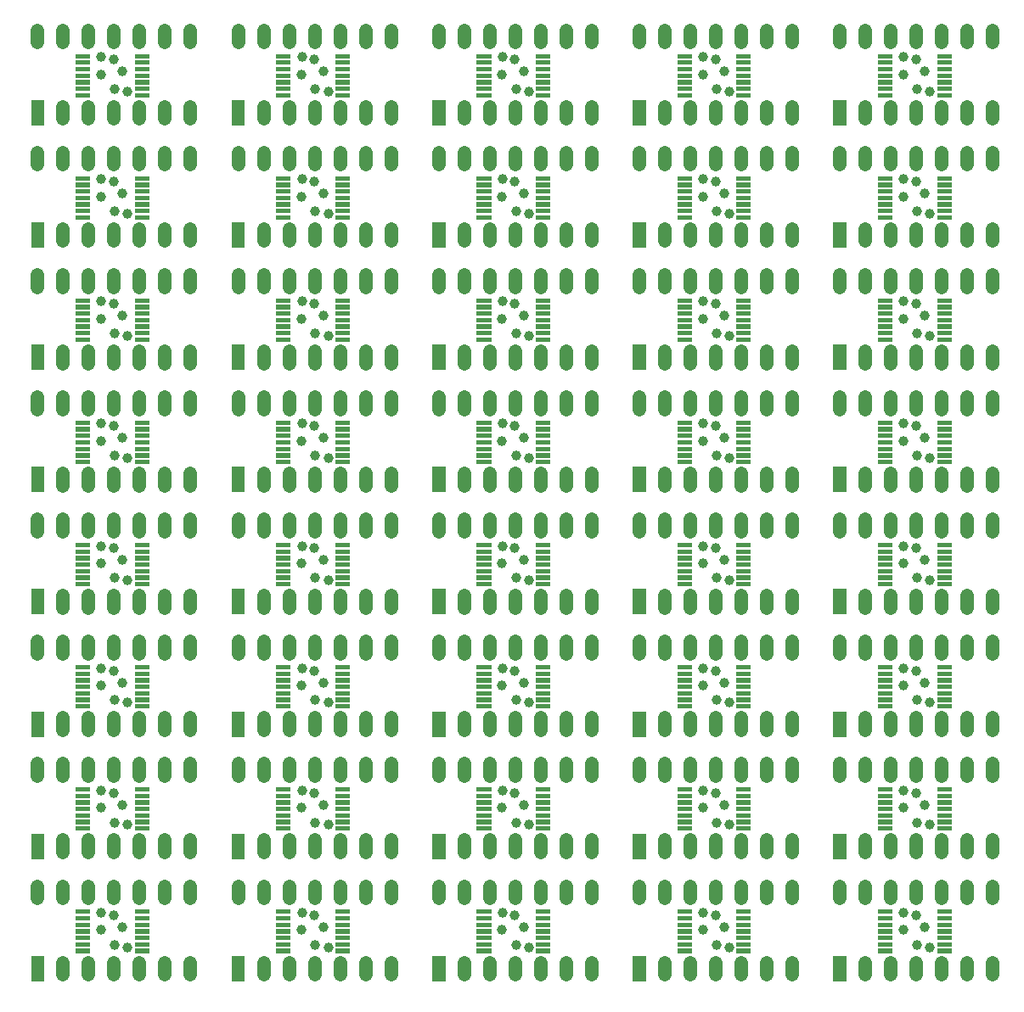
<source format=gts>
%FSLAX24Y24*%
%MOIN*%
%ADD10C,0.0394*%
%ADD11C,0.0520*%
D10*
G01X4380Y1770D03*
X3831Y3032D03*
X3329Y2440D03*
X3869Y1868D03*
X4180Y2564D03*
X3342Y3129D03*
X12254Y1770D03*
X11706Y3032D03*
X11203Y2440D03*
X11743Y1868D03*
X12054Y2564D03*
X11216Y3129D03*
X20128Y1770D03*
X19580Y3032D03*
X19077Y2440D03*
X19617Y1868D03*
X19928Y2564D03*
X19090Y3129D03*
X28002Y1770D03*
X27454Y3032D03*
X26951Y2440D03*
X27491Y1868D03*
X27802Y2564D03*
X26964Y3129D03*
X35876Y1770D03*
X35328Y3032D03*
X34825Y2440D03*
X35365Y1868D03*
X35676Y2564D03*
X34838Y3129D03*
X4380Y6573D03*
X3831Y7835D03*
X3329Y7243D03*
X3869Y6671D03*
X4180Y7367D03*
X3342Y7932D03*
X12254Y6573D03*
X11706Y7835D03*
X11203Y7243D03*
X11743Y6671D03*
X12054Y7367D03*
X11216Y7932D03*
X20128Y6573D03*
X19580Y7835D03*
X19077Y7243D03*
X19617Y6671D03*
X19928Y7367D03*
X19090Y7932D03*
X28002Y6573D03*
X27454Y7835D03*
X26951Y7243D03*
X27491Y6671D03*
X27802Y7367D03*
X26964Y7932D03*
X35876Y6573D03*
X35328Y7835D03*
X34825Y7243D03*
X35365Y6671D03*
X35676Y7367D03*
X34838Y7932D03*
X4380Y11376D03*
X3831Y12638D03*
X3329Y12046D03*
X3869Y11474D03*
X4180Y12170D03*
X3342Y12735D03*
X12254Y11376D03*
X11706Y12638D03*
X11203Y12046D03*
X11743Y11474D03*
X12054Y12170D03*
X11216Y12735D03*
X20128Y11376D03*
X19580Y12638D03*
X19077Y12046D03*
X19617Y11474D03*
X19928Y12170D03*
X19090Y12735D03*
X28002Y11376D03*
X27454Y12638D03*
X26951Y12046D03*
X27491Y11474D03*
X27802Y12170D03*
X26964Y12735D03*
X35876Y11376D03*
X35328Y12638D03*
X34825Y12046D03*
X35365Y11474D03*
X35676Y12170D03*
X34838Y12735D03*
X4380Y16179D03*
X3831Y17441D03*
X3329Y16849D03*
X3869Y16277D03*
X4180Y16973D03*
X3342Y17538D03*
X12254Y16179D03*
X11706Y17441D03*
X11203Y16849D03*
X11743Y16277D03*
X12054Y16973D03*
X11216Y17538D03*
X20128Y16179D03*
X19580Y17441D03*
X19077Y16849D03*
X19617Y16277D03*
X19928Y16973D03*
X19090Y17538D03*
X28002Y16179D03*
X27454Y17441D03*
X26951Y16849D03*
X27491Y16277D03*
X27802Y16973D03*
X26964Y17538D03*
X35876Y16179D03*
X35328Y17441D03*
X34825Y16849D03*
X35365Y16277D03*
X35676Y16973D03*
X34838Y17538D03*
X4380Y20982D03*
X3831Y22244D03*
X3329Y21652D03*
X3869Y21080D03*
X4180Y21777D03*
X3342Y22342D03*
X12254Y20982D03*
X11706Y22244D03*
X11203Y21652D03*
X11743Y21080D03*
X12054Y21777D03*
X11216Y22342D03*
X20128Y20982D03*
X19580Y22244D03*
X19077Y21652D03*
X19617Y21080D03*
X19928Y21777D03*
X19090Y22342D03*
X28002Y20982D03*
X27454Y22244D03*
X26951Y21652D03*
X27491Y21080D03*
X27802Y21777D03*
X26964Y22342D03*
X35876Y20982D03*
X35328Y22244D03*
X34825Y21652D03*
X35365Y21080D03*
X35676Y21777D03*
X34838Y22342D03*
X4380Y25785D03*
X3831Y27047D03*
X3329Y26455D03*
X3869Y25883D03*
X4180Y26580D03*
X3342Y27145D03*
X12254Y25785D03*
X11706Y27047D03*
X11203Y26455D03*
X11743Y25883D03*
X12054Y26580D03*
X11216Y27145D03*
X20128Y25785D03*
X19580Y27047D03*
X19077Y26455D03*
X19617Y25883D03*
X19928Y26580D03*
X19090Y27145D03*
X28002Y25785D03*
X27454Y27047D03*
X26951Y26455D03*
X27491Y25883D03*
X27802Y26580D03*
X26964Y27145D03*
X35876Y25785D03*
X35328Y27047D03*
X34825Y26455D03*
X35365Y25883D03*
X35676Y26580D03*
X34838Y27145D03*
X4380Y30589D03*
X3831Y31851D03*
X3329Y31259D03*
X3869Y30687D03*
X4180Y31383D03*
X3342Y31948D03*
X12254Y30589D03*
X11706Y31851D03*
X11203Y31259D03*
X11743Y30687D03*
X12054Y31383D03*
X11216Y31948D03*
X20128Y30589D03*
X19580Y31851D03*
X19077Y31259D03*
X19617Y30687D03*
X19928Y31383D03*
X19090Y31948D03*
X28002Y30589D03*
X27454Y31851D03*
X26951Y31259D03*
X27491Y30687D03*
X27802Y31383D03*
X26964Y31948D03*
X35876Y30589D03*
X35328Y31851D03*
X34825Y31259D03*
X35365Y30687D03*
X35676Y31383D03*
X34838Y31948D03*
X4380Y35392D03*
X3831Y36654D03*
X3329Y36062D03*
X3869Y35490D03*
X4180Y36186D03*
X3342Y36751D03*
X12254Y35392D03*
X11706Y36654D03*
X11203Y36062D03*
X11743Y35490D03*
X12054Y36186D03*
X11216Y36751D03*
X20128Y35392D03*
X19580Y36654D03*
X19077Y36062D03*
X19617Y35490D03*
X19928Y36186D03*
X19090Y36751D03*
X28002Y35392D03*
X27454Y36654D03*
X26951Y36062D03*
X27491Y35490D03*
X27802Y36186D03*
X26964Y36751D03*
X35876Y35392D03*
X35328Y36654D03*
X34825Y36062D03*
X35365Y35490D03*
X35676Y36186D03*
X34838Y36751D03*
D11*
G01X5843Y4169D02*
X5843Y3689D01*
X1843Y4169D02*
X1843Y3689D01*
X6843Y1169D02*
X6843Y689D01*
X2843Y1169D02*
X2843Y689D01*
X6843Y4169D02*
X6843Y3689D01*
X2843Y4169D02*
X2843Y3689D01*
X1843Y1169D02*
X1843Y689D01*
X4843Y4169D02*
X4843Y3689D01*
X4843Y1169D02*
X4843Y689D01*
X5843Y1169D02*
X5843Y689D01*
X3843Y4169D02*
X3843Y3689D01*
X843Y4169D02*
X843Y3689D01*
X3843Y1169D02*
X3843Y689D01*
X13717Y4169D02*
X13717Y3689D01*
X9717Y4169D02*
X9717Y3689D01*
X14717Y1169D02*
X14717Y689D01*
X10717Y1169D02*
X10717Y689D01*
X14717Y4169D02*
X14717Y3689D01*
X10717Y4169D02*
X10717Y3689D01*
X9717Y1169D02*
X9717Y689D01*
X12717Y4169D02*
X12717Y3689D01*
X12717Y1169D02*
X12717Y689D01*
X13717Y1169D02*
X13717Y689D01*
X11717Y4169D02*
X11717Y3689D01*
X8717Y4169D02*
X8717Y3689D01*
X11717Y1169D02*
X11717Y689D01*
X21591Y4169D02*
X21591Y3689D01*
X17591Y4169D02*
X17591Y3689D01*
X22591Y1169D02*
X22591Y689D01*
X18591Y1169D02*
X18591Y689D01*
X22591Y4169D02*
X22591Y3689D01*
X18591Y4169D02*
X18591Y3689D01*
X17591Y1169D02*
X17591Y689D01*
X20591Y4169D02*
X20591Y3689D01*
X20591Y1169D02*
X20591Y689D01*
X21591Y1169D02*
X21591Y689D01*
X19591Y4169D02*
X19591Y3689D01*
X16591Y4169D02*
X16591Y3689D01*
X19591Y1169D02*
X19591Y689D01*
X29465Y4169D02*
X29465Y3689D01*
X25465Y4169D02*
X25465Y3689D01*
X30465Y1169D02*
X30465Y689D01*
X26465Y1169D02*
X26465Y689D01*
X30465Y4169D02*
X30465Y3689D01*
X26465Y4169D02*
X26465Y3689D01*
X25465Y1169D02*
X25465Y689D01*
X28465Y4169D02*
X28465Y3689D01*
X28465Y1169D02*
X28465Y689D01*
X29465Y1169D02*
X29465Y689D01*
X27465Y4169D02*
X27465Y3689D01*
X24465Y4169D02*
X24465Y3689D01*
X27465Y1169D02*
X27465Y689D01*
X37339Y4169D02*
X37339Y3689D01*
X33339Y4169D02*
X33339Y3689D01*
X38339Y1169D02*
X38339Y689D01*
X34339Y1169D02*
X34339Y689D01*
X38339Y4169D02*
X38339Y3689D01*
X34339Y4169D02*
X34339Y3689D01*
X33339Y1169D02*
X33339Y689D01*
X36339Y4169D02*
X36339Y3689D01*
X36339Y1169D02*
X36339Y689D01*
X37339Y1169D02*
X37339Y689D01*
X35339Y4169D02*
X35339Y3689D01*
X32339Y4169D02*
X32339Y3689D01*
X35339Y1169D02*
X35339Y689D01*
X5843Y8972D02*
X5843Y8492D01*
X1843Y8972D02*
X1843Y8492D01*
X6843Y5972D02*
X6843Y5492D01*
X2843Y5972D02*
X2843Y5492D01*
X6843Y8972D02*
X6843Y8492D01*
X2843Y8972D02*
X2843Y8492D01*
X1843Y5972D02*
X1843Y5492D01*
X4843Y8972D02*
X4843Y8492D01*
X4843Y5972D02*
X4843Y5492D01*
X5843Y5972D02*
X5843Y5492D01*
X3843Y8972D02*
X3843Y8492D01*
X843Y8972D02*
X843Y8492D01*
X3843Y5972D02*
X3843Y5492D01*
X13717Y8972D02*
X13717Y8492D01*
X9717Y8972D02*
X9717Y8492D01*
X14717Y5972D02*
X14717Y5492D01*
X10717Y5972D02*
X10717Y5492D01*
X14717Y8972D02*
X14717Y8492D01*
X10717Y8972D02*
X10717Y8492D01*
X9717Y5972D02*
X9717Y5492D01*
X12717Y8972D02*
X12717Y8492D01*
X12717Y5972D02*
X12717Y5492D01*
X13717Y5972D02*
X13717Y5492D01*
X11717Y8972D02*
X11717Y8492D01*
X8717Y8972D02*
X8717Y8492D01*
X11717Y5972D02*
X11717Y5492D01*
X21591Y8972D02*
X21591Y8492D01*
X17591Y8972D02*
X17591Y8492D01*
X22591Y5972D02*
X22591Y5492D01*
X18591Y5972D02*
X18591Y5492D01*
X22591Y8972D02*
X22591Y8492D01*
X18591Y8972D02*
X18591Y8492D01*
X17591Y5972D02*
X17591Y5492D01*
X20591Y8972D02*
X20591Y8492D01*
X20591Y5972D02*
X20591Y5492D01*
X21591Y5972D02*
X21591Y5492D01*
X19591Y8972D02*
X19591Y8492D01*
X16591Y8972D02*
X16591Y8492D01*
X19591Y5972D02*
X19591Y5492D01*
X29465Y8972D02*
X29465Y8492D01*
X25465Y8972D02*
X25465Y8492D01*
X30465Y5972D02*
X30465Y5492D01*
X26465Y5972D02*
X26465Y5492D01*
X30465Y8972D02*
X30465Y8492D01*
X26465Y8972D02*
X26465Y8492D01*
X25465Y5972D02*
X25465Y5492D01*
X28465Y8972D02*
X28465Y8492D01*
X28465Y5972D02*
X28465Y5492D01*
X29465Y5972D02*
X29465Y5492D01*
X27465Y8972D02*
X27465Y8492D01*
X24465Y8972D02*
X24465Y8492D01*
X27465Y5972D02*
X27465Y5492D01*
X37339Y8972D02*
X37339Y8492D01*
X33339Y8972D02*
X33339Y8492D01*
X38339Y5972D02*
X38339Y5492D01*
X34339Y5972D02*
X34339Y5492D01*
X38339Y8972D02*
X38339Y8492D01*
X34339Y8972D02*
X34339Y8492D01*
X33339Y5972D02*
X33339Y5492D01*
X36339Y8972D02*
X36339Y8492D01*
X36339Y5972D02*
X36339Y5492D01*
X37339Y5972D02*
X37339Y5492D01*
X35339Y8972D02*
X35339Y8492D01*
X32339Y8972D02*
X32339Y8492D01*
X35339Y5972D02*
X35339Y5492D01*
X5843Y13775D02*
X5843Y13295D01*
X1843Y13775D02*
X1843Y13295D01*
X6843Y10775D02*
X6843Y10295D01*
X2843Y10775D02*
X2843Y10295D01*
X6843Y13775D02*
X6843Y13295D01*
X2843Y13775D02*
X2843Y13295D01*
X1843Y10775D02*
X1843Y10295D01*
X4843Y13775D02*
X4843Y13295D01*
X4843Y10775D02*
X4843Y10295D01*
X5843Y10775D02*
X5843Y10295D01*
X3843Y13775D02*
X3843Y13295D01*
X843Y13775D02*
X843Y13295D01*
X3843Y10775D02*
X3843Y10295D01*
X13717Y13775D02*
X13717Y13295D01*
X9717Y13775D02*
X9717Y13295D01*
X14717Y10775D02*
X14717Y10295D01*
X10717Y10775D02*
X10717Y10295D01*
X14717Y13775D02*
X14717Y13295D01*
X10717Y13775D02*
X10717Y13295D01*
X9717Y10775D02*
X9717Y10295D01*
X12717Y13775D02*
X12717Y13295D01*
X12717Y10775D02*
X12717Y10295D01*
X13717Y10775D02*
X13717Y10295D01*
X11717Y13775D02*
X11717Y13295D01*
X8717Y13775D02*
X8717Y13295D01*
X11717Y10775D02*
X11717Y10295D01*
X21591Y13775D02*
X21591Y13295D01*
X17591Y13775D02*
X17591Y13295D01*
X22591Y10775D02*
X22591Y10295D01*
X18591Y10775D02*
X18591Y10295D01*
X22591Y13775D02*
X22591Y13295D01*
X18591Y13775D02*
X18591Y13295D01*
X17591Y10775D02*
X17591Y10295D01*
X20591Y13775D02*
X20591Y13295D01*
X20591Y10775D02*
X20591Y10295D01*
X21591Y10775D02*
X21591Y10295D01*
X19591Y13775D02*
X19591Y13295D01*
X16591Y13775D02*
X16591Y13295D01*
X19591Y10775D02*
X19591Y10295D01*
X29465Y13775D02*
X29465Y13295D01*
X25465Y13775D02*
X25465Y13295D01*
X30465Y10775D02*
X30465Y10295D01*
X26465Y10775D02*
X26465Y10295D01*
X30465Y13775D02*
X30465Y13295D01*
X26465Y13775D02*
X26465Y13295D01*
X25465Y10775D02*
X25465Y10295D01*
X28465Y13775D02*
X28465Y13295D01*
X28465Y10775D02*
X28465Y10295D01*
X29465Y10775D02*
X29465Y10295D01*
X27465Y13775D02*
X27465Y13295D01*
X24465Y13775D02*
X24465Y13295D01*
X27465Y10775D02*
X27465Y10295D01*
X37339Y13775D02*
X37339Y13295D01*
X33339Y13775D02*
X33339Y13295D01*
X38339Y10775D02*
X38339Y10295D01*
X34339Y10775D02*
X34339Y10295D01*
X38339Y13775D02*
X38339Y13295D01*
X34339Y13775D02*
X34339Y13295D01*
X33339Y10775D02*
X33339Y10295D01*
X36339Y13775D02*
X36339Y13295D01*
X36339Y10775D02*
X36339Y10295D01*
X37339Y10775D02*
X37339Y10295D01*
X35339Y13775D02*
X35339Y13295D01*
X32339Y13775D02*
X32339Y13295D01*
X35339Y10775D02*
X35339Y10295D01*
X5843Y18579D02*
X5843Y18099D01*
X1843Y18579D02*
X1843Y18099D01*
X6843Y15579D02*
X6843Y15099D01*
X2843Y15579D02*
X2843Y15099D01*
X6843Y18579D02*
X6843Y18099D01*
X2843Y18579D02*
X2843Y18099D01*
X1843Y15579D02*
X1843Y15099D01*
X4843Y18579D02*
X4843Y18099D01*
X4843Y15579D02*
X4843Y15099D01*
X5843Y15579D02*
X5843Y15099D01*
X3843Y18579D02*
X3843Y18099D01*
X843Y18579D02*
X843Y18099D01*
X3843Y15579D02*
X3843Y15099D01*
X13717Y18579D02*
X13717Y18099D01*
X9717Y18579D02*
X9717Y18099D01*
X14717Y15579D02*
X14717Y15099D01*
X10717Y15579D02*
X10717Y15099D01*
X14717Y18579D02*
X14717Y18099D01*
X10717Y18579D02*
X10717Y18099D01*
X9717Y15579D02*
X9717Y15099D01*
X12717Y18579D02*
X12717Y18099D01*
X12717Y15579D02*
X12717Y15099D01*
X13717Y15579D02*
X13717Y15099D01*
X11717Y18579D02*
X11717Y18099D01*
X8717Y18579D02*
X8717Y18099D01*
X11717Y15579D02*
X11717Y15099D01*
X21591Y18579D02*
X21591Y18099D01*
X17591Y18579D02*
X17591Y18099D01*
X22591Y15579D02*
X22591Y15099D01*
X18591Y15579D02*
X18591Y15099D01*
X22591Y18579D02*
X22591Y18099D01*
X18591Y18579D02*
X18591Y18099D01*
X17591Y15579D02*
X17591Y15099D01*
X20591Y18579D02*
X20591Y18099D01*
X20591Y15579D02*
X20591Y15099D01*
X21591Y15579D02*
X21591Y15099D01*
X19591Y18579D02*
X19591Y18099D01*
X16591Y18579D02*
X16591Y18099D01*
X19591Y15579D02*
X19591Y15099D01*
X29465Y18579D02*
X29465Y18099D01*
X25465Y18579D02*
X25465Y18099D01*
X30465Y15579D02*
X30465Y15099D01*
X26465Y15579D02*
X26465Y15099D01*
X30465Y18579D02*
X30465Y18099D01*
X26465Y18579D02*
X26465Y18099D01*
X25465Y15579D02*
X25465Y15099D01*
X28465Y18579D02*
X28465Y18099D01*
X28465Y15579D02*
X28465Y15099D01*
X29465Y15579D02*
X29465Y15099D01*
X27465Y18579D02*
X27465Y18099D01*
X24465Y18579D02*
X24465Y18099D01*
X27465Y15579D02*
X27465Y15099D01*
X37339Y18579D02*
X37339Y18099D01*
X33339Y18579D02*
X33339Y18099D01*
X38339Y15579D02*
X38339Y15099D01*
X34339Y15579D02*
X34339Y15099D01*
X38339Y18579D02*
X38339Y18099D01*
X34339Y18579D02*
X34339Y18099D01*
X33339Y15579D02*
X33339Y15099D01*
X36339Y18579D02*
X36339Y18099D01*
X36339Y15579D02*
X36339Y15099D01*
X37339Y15579D02*
X37339Y15099D01*
X35339Y18579D02*
X35339Y18099D01*
X32339Y18579D02*
X32339Y18099D01*
X35339Y15579D02*
X35339Y15099D01*
X5843Y23382D02*
X5843Y22902D01*
X1843Y23382D02*
X1843Y22902D01*
X6843Y20382D02*
X6843Y19902D01*
X2843Y20382D02*
X2843Y19902D01*
X6843Y23382D02*
X6843Y22902D01*
X2843Y23382D02*
X2843Y22902D01*
X1843Y20382D02*
X1843Y19902D01*
X4843Y23382D02*
X4843Y22902D01*
X4843Y20382D02*
X4843Y19902D01*
X5843Y20382D02*
X5843Y19902D01*
X3843Y23382D02*
X3843Y22902D01*
X843Y23382D02*
X843Y22902D01*
X3843Y20382D02*
X3843Y19902D01*
X13717Y23382D02*
X13717Y22902D01*
X9717Y23382D02*
X9717Y22902D01*
X14717Y20382D02*
X14717Y19902D01*
X10717Y20382D02*
X10717Y19902D01*
X14717Y23382D02*
X14717Y22902D01*
X10717Y23382D02*
X10717Y22902D01*
X9717Y20382D02*
X9717Y19902D01*
X12717Y23382D02*
X12717Y22902D01*
X12717Y20382D02*
X12717Y19902D01*
X13717Y20382D02*
X13717Y19902D01*
X11717Y23382D02*
X11717Y22902D01*
X8717Y23382D02*
X8717Y22902D01*
X11717Y20382D02*
X11717Y19902D01*
X21591Y23382D02*
X21591Y22902D01*
X17591Y23382D02*
X17591Y22902D01*
X22591Y20382D02*
X22591Y19902D01*
X18591Y20382D02*
X18591Y19902D01*
X22591Y23382D02*
X22591Y22902D01*
X18591Y23382D02*
X18591Y22902D01*
X17591Y20382D02*
X17591Y19902D01*
X20591Y23382D02*
X20591Y22902D01*
X20591Y20382D02*
X20591Y19902D01*
X21591Y20382D02*
X21591Y19902D01*
X19591Y23382D02*
X19591Y22902D01*
X16591Y23382D02*
X16591Y22902D01*
X19591Y20382D02*
X19591Y19902D01*
X29465Y23382D02*
X29465Y22902D01*
X25465Y23382D02*
X25465Y22902D01*
X30465Y20382D02*
X30465Y19902D01*
X26465Y20382D02*
X26465Y19902D01*
X30465Y23382D02*
X30465Y22902D01*
X26465Y23382D02*
X26465Y22902D01*
X25465Y20382D02*
X25465Y19902D01*
X28465Y23382D02*
X28465Y22902D01*
X28465Y20382D02*
X28465Y19902D01*
X29465Y20382D02*
X29465Y19902D01*
X27465Y23382D02*
X27465Y22902D01*
X24465Y23382D02*
X24465Y22902D01*
X27465Y20382D02*
X27465Y19902D01*
X37339Y23382D02*
X37339Y22902D01*
X33339Y23382D02*
X33339Y22902D01*
X38339Y20382D02*
X38339Y19902D01*
X34339Y20382D02*
X34339Y19902D01*
X38339Y23382D02*
X38339Y22902D01*
X34339Y23382D02*
X34339Y22902D01*
X33339Y20382D02*
X33339Y19902D01*
X36339Y23382D02*
X36339Y22902D01*
X36339Y20382D02*
X36339Y19902D01*
X37339Y20382D02*
X37339Y19902D01*
X35339Y23382D02*
X35339Y22902D01*
X32339Y23382D02*
X32339Y22902D01*
X35339Y20382D02*
X35339Y19902D01*
X5843Y28185D02*
X5843Y27705D01*
X1843Y28185D02*
X1843Y27705D01*
X6843Y25185D02*
X6843Y24705D01*
X2843Y25185D02*
X2843Y24705D01*
X6843Y28185D02*
X6843Y27705D01*
X2843Y28185D02*
X2843Y27705D01*
X1843Y25185D02*
X1843Y24705D01*
X4843Y28185D02*
X4843Y27705D01*
X4843Y25185D02*
X4843Y24705D01*
X5843Y25185D02*
X5843Y24705D01*
X3843Y28185D02*
X3843Y27705D01*
X843Y28185D02*
X843Y27705D01*
X3843Y25185D02*
X3843Y24705D01*
X13717Y28185D02*
X13717Y27705D01*
X9717Y28185D02*
X9717Y27705D01*
X14717Y25185D02*
X14717Y24705D01*
X10717Y25185D02*
X10717Y24705D01*
X14717Y28185D02*
X14717Y27705D01*
X10717Y28185D02*
X10717Y27705D01*
X9717Y25185D02*
X9717Y24705D01*
X12717Y28185D02*
X12717Y27705D01*
X12717Y25185D02*
X12717Y24705D01*
X13717Y25185D02*
X13717Y24705D01*
X11717Y28185D02*
X11717Y27705D01*
X8717Y28185D02*
X8717Y27705D01*
X11717Y25185D02*
X11717Y24705D01*
X21591Y28185D02*
X21591Y27705D01*
X17591Y28185D02*
X17591Y27705D01*
X22591Y25185D02*
X22591Y24705D01*
X18591Y25185D02*
X18591Y24705D01*
X22591Y28185D02*
X22591Y27705D01*
X18591Y28185D02*
X18591Y27705D01*
X17591Y25185D02*
X17591Y24705D01*
X20591Y28185D02*
X20591Y27705D01*
X20591Y25185D02*
X20591Y24705D01*
X21591Y25185D02*
X21591Y24705D01*
X19591Y28185D02*
X19591Y27705D01*
X16591Y28185D02*
X16591Y27705D01*
X19591Y25185D02*
X19591Y24705D01*
X29465Y28185D02*
X29465Y27705D01*
X25465Y28185D02*
X25465Y27705D01*
X30465Y25185D02*
X30465Y24705D01*
X26465Y25185D02*
X26465Y24705D01*
X30465Y28185D02*
X30465Y27705D01*
X26465Y28185D02*
X26465Y27705D01*
X25465Y25185D02*
X25465Y24705D01*
X28465Y28185D02*
X28465Y27705D01*
X28465Y25185D02*
X28465Y24705D01*
X29465Y25185D02*
X29465Y24705D01*
X27465Y28185D02*
X27465Y27705D01*
X24465Y28185D02*
X24465Y27705D01*
X27465Y25185D02*
X27465Y24705D01*
X37339Y28185D02*
X37339Y27705D01*
X33339Y28185D02*
X33339Y27705D01*
X38339Y25185D02*
X38339Y24705D01*
X34339Y25185D02*
X34339Y24705D01*
X38339Y28185D02*
X38339Y27705D01*
X34339Y28185D02*
X34339Y27705D01*
X33339Y25185D02*
X33339Y24705D01*
X36339Y28185D02*
X36339Y27705D01*
X36339Y25185D02*
X36339Y24705D01*
X37339Y25185D02*
X37339Y24705D01*
X35339Y28185D02*
X35339Y27705D01*
X32339Y28185D02*
X32339Y27705D01*
X35339Y25185D02*
X35339Y24705D01*
X5843Y32988D02*
X5843Y32508D01*
X1843Y32988D02*
X1843Y32508D01*
X6843Y29988D02*
X6843Y29508D01*
X2843Y29988D02*
X2843Y29508D01*
X6843Y32988D02*
X6843Y32508D01*
X2843Y32988D02*
X2843Y32508D01*
X1843Y29988D02*
X1843Y29508D01*
X4843Y32988D02*
X4843Y32508D01*
X4843Y29988D02*
X4843Y29508D01*
X5843Y29988D02*
X5843Y29508D01*
X3843Y32988D02*
X3843Y32508D01*
X843Y32988D02*
X843Y32508D01*
X3843Y29988D02*
X3843Y29508D01*
X13717Y32988D02*
X13717Y32508D01*
X9717Y32988D02*
X9717Y32508D01*
X14717Y29988D02*
X14717Y29508D01*
X10717Y29988D02*
X10717Y29508D01*
X14717Y32988D02*
X14717Y32508D01*
X10717Y32988D02*
X10717Y32508D01*
X9717Y29988D02*
X9717Y29508D01*
X12717Y32988D02*
X12717Y32508D01*
X12717Y29988D02*
X12717Y29508D01*
X13717Y29988D02*
X13717Y29508D01*
X11717Y32988D02*
X11717Y32508D01*
X8717Y32988D02*
X8717Y32508D01*
X11717Y29988D02*
X11717Y29508D01*
X21591Y32988D02*
X21591Y32508D01*
X17591Y32988D02*
X17591Y32508D01*
X22591Y29988D02*
X22591Y29508D01*
X18591Y29988D02*
X18591Y29508D01*
X22591Y32988D02*
X22591Y32508D01*
X18591Y32988D02*
X18591Y32508D01*
X17591Y29988D02*
X17591Y29508D01*
X20591Y32988D02*
X20591Y32508D01*
X20591Y29988D02*
X20591Y29508D01*
X21591Y29988D02*
X21591Y29508D01*
X19591Y32988D02*
X19591Y32508D01*
X16591Y32988D02*
X16591Y32508D01*
X19591Y29988D02*
X19591Y29508D01*
X29465Y32988D02*
X29465Y32508D01*
X25465Y32988D02*
X25465Y32508D01*
X30465Y29988D02*
X30465Y29508D01*
X26465Y29988D02*
X26465Y29508D01*
X30465Y32988D02*
X30465Y32508D01*
X26465Y32988D02*
X26465Y32508D01*
X25465Y29988D02*
X25465Y29508D01*
X28465Y32988D02*
X28465Y32508D01*
X28465Y29988D02*
X28465Y29508D01*
X29465Y29988D02*
X29465Y29508D01*
X27465Y32988D02*
X27465Y32508D01*
X24465Y32988D02*
X24465Y32508D01*
X27465Y29988D02*
X27465Y29508D01*
X37339Y32988D02*
X37339Y32508D01*
X33339Y32988D02*
X33339Y32508D01*
X38339Y29988D02*
X38339Y29508D01*
X34339Y29988D02*
X34339Y29508D01*
X38339Y32988D02*
X38339Y32508D01*
X34339Y32988D02*
X34339Y32508D01*
X33339Y29988D02*
X33339Y29508D01*
X36339Y32988D02*
X36339Y32508D01*
X36339Y29988D02*
X36339Y29508D01*
X37339Y29988D02*
X37339Y29508D01*
X35339Y32988D02*
X35339Y32508D01*
X32339Y32988D02*
X32339Y32508D01*
X35339Y29988D02*
X35339Y29508D01*
X5843Y37791D02*
X5843Y37311D01*
X1843Y37791D02*
X1843Y37311D01*
X6843Y34791D02*
X6843Y34311D01*
X2843Y34791D02*
X2843Y34311D01*
X6843Y37791D02*
X6843Y37311D01*
X2843Y37791D02*
X2843Y37311D01*
X1843Y34791D02*
X1843Y34311D01*
X4843Y37791D02*
X4843Y37311D01*
X4843Y34791D02*
X4843Y34311D01*
X5843Y34791D02*
X5843Y34311D01*
X3843Y37791D02*
X3843Y37311D01*
X843Y37791D02*
X843Y37311D01*
X3843Y34791D02*
X3843Y34311D01*
X13717Y37791D02*
X13717Y37311D01*
X9717Y37791D02*
X9717Y37311D01*
X14717Y34791D02*
X14717Y34311D01*
X10717Y34791D02*
X10717Y34311D01*
X14717Y37791D02*
X14717Y37311D01*
X10717Y37791D02*
X10717Y37311D01*
X9717Y34791D02*
X9717Y34311D01*
X12717Y37791D02*
X12717Y37311D01*
X12717Y34791D02*
X12717Y34311D01*
X13717Y34791D02*
X13717Y34311D01*
X11717Y37791D02*
X11717Y37311D01*
X8717Y37791D02*
X8717Y37311D01*
X11717Y34791D02*
X11717Y34311D01*
X21591Y37791D02*
X21591Y37311D01*
X17591Y37791D02*
X17591Y37311D01*
X22591Y34791D02*
X22591Y34311D01*
X18591Y34791D02*
X18591Y34311D01*
X22591Y37791D02*
X22591Y37311D01*
X18591Y37791D02*
X18591Y37311D01*
X17591Y34791D02*
X17591Y34311D01*
X20591Y37791D02*
X20591Y37311D01*
X20591Y34791D02*
X20591Y34311D01*
X21591Y34791D02*
X21591Y34311D01*
X19591Y37791D02*
X19591Y37311D01*
X16591Y37791D02*
X16591Y37311D01*
X19591Y34791D02*
X19591Y34311D01*
X29465Y37791D02*
X29465Y37311D01*
X25465Y37791D02*
X25465Y37311D01*
X30465Y34791D02*
X30465Y34311D01*
X26465Y34791D02*
X26465Y34311D01*
X30465Y37791D02*
X30465Y37311D01*
X26465Y37791D02*
X26465Y37311D01*
X25465Y34791D02*
X25465Y34311D01*
X28465Y37791D02*
X28465Y37311D01*
X28465Y34791D02*
X28465Y34311D01*
X29465Y34791D02*
X29465Y34311D01*
X27465Y37791D02*
X27465Y37311D01*
X24465Y37791D02*
X24465Y37311D01*
X27465Y34791D02*
X27465Y34311D01*
X37339Y37791D02*
X37339Y37311D01*
X33339Y37791D02*
X33339Y37311D01*
X38339Y34791D02*
X38339Y34311D01*
X34339Y34791D02*
X34339Y34311D01*
X38339Y37791D02*
X38339Y37311D01*
X34339Y37791D02*
X34339Y37311D01*
X33339Y34791D02*
X33339Y34311D01*
X36339Y37791D02*
X36339Y37311D01*
X36339Y34791D02*
X36339Y34311D01*
X37339Y34791D02*
X37339Y34311D01*
X35339Y37791D02*
X35339Y37311D01*
X32339Y37791D02*
X32339Y37311D01*
X35339Y34791D02*
X35339Y34311D01*
G36*
X1103Y1429D02*
X583Y1429D01*
X583Y429D01*
X1103Y429D01*
X1103Y1429D01*
G37*
G36*
X2332Y1970D02*
X2332Y1793D01*
X2903Y1793D01*
X2903Y1970D01*
X2332Y1970D01*
G37*
G36*
X2332Y3249D02*
X2332Y3072D01*
X2903Y3072D01*
X2903Y3249D01*
X2332Y3249D01*
G37*
G36*
X4655Y2994D02*
X4655Y2817D01*
X5226Y2817D01*
X5226Y2994D01*
X4655Y2994D01*
G37*
G36*
X2332Y2738D02*
X2332Y2561D01*
X2903Y2561D01*
X2903Y2738D01*
X2332Y2738D01*
G37*
G36*
X2332Y2482D02*
X2332Y2305D01*
X2903Y2305D01*
X2903Y2482D01*
X2332Y2482D01*
G37*
G36*
X2332Y2226D02*
X2332Y2049D01*
X2903Y2049D01*
X2903Y2226D01*
X2332Y2226D01*
G37*
G36*
X4655Y2482D02*
X4655Y2305D01*
X5226Y2305D01*
X5226Y2482D01*
X4655Y2482D01*
G37*
G36*
X2332Y1714D02*
X2332Y1537D01*
X2903Y1537D01*
X2903Y1714D01*
X2332Y1714D01*
G37*
G36*
X4655Y2738D02*
X4655Y2561D01*
X5226Y2561D01*
X5226Y2738D01*
X4655Y2738D01*
G37*
G36*
X4655Y2226D02*
X4655Y2049D01*
X5226Y2049D01*
X5226Y2226D01*
X4655Y2226D01*
G37*
G36*
X4655Y1970D02*
X4655Y1793D01*
X5226Y1793D01*
X5226Y1970D01*
X4655Y1970D01*
G37*
G36*
X4655Y1714D02*
X4655Y1537D01*
X5226Y1537D01*
X5226Y1714D01*
X4655Y1714D01*
G37*
G36*
X4655Y3249D02*
X4655Y3072D01*
X5226Y3072D01*
X5226Y3249D01*
X4655Y3249D01*
G37*
G36*
X2332Y2994D02*
X2332Y2817D01*
X2903Y2817D01*
X2903Y2994D01*
X2332Y2994D01*
G37*
G36*
X8977Y1429D02*
X8457Y1429D01*
X8457Y429D01*
X8977Y429D01*
X8977Y1429D01*
G37*
G36*
X10206Y1970D02*
X10206Y1793D01*
X10777Y1793D01*
X10777Y1970D01*
X10206Y1970D01*
G37*
G36*
X10206Y3249D02*
X10206Y3072D01*
X10777Y3072D01*
X10777Y3249D01*
X10206Y3249D01*
G37*
G36*
X12529Y2994D02*
X12529Y2817D01*
X13100Y2817D01*
X13100Y2994D01*
X12529Y2994D01*
G37*
G36*
X10206Y2738D02*
X10206Y2561D01*
X10777Y2561D01*
X10777Y2738D01*
X10206Y2738D01*
G37*
G36*
X10206Y2482D02*
X10206Y2305D01*
X10777Y2305D01*
X10777Y2482D01*
X10206Y2482D01*
G37*
G36*
X10206Y2226D02*
X10206Y2049D01*
X10777Y2049D01*
X10777Y2226D01*
X10206Y2226D01*
G37*
G36*
X12529Y2482D02*
X12529Y2305D01*
X13100Y2305D01*
X13100Y2482D01*
X12529Y2482D01*
G37*
G36*
X10206Y1714D02*
X10206Y1537D01*
X10777Y1537D01*
X10777Y1714D01*
X10206Y1714D01*
G37*
G36*
X12529Y2738D02*
X12529Y2561D01*
X13100Y2561D01*
X13100Y2738D01*
X12529Y2738D01*
G37*
G36*
X12529Y2226D02*
X12529Y2049D01*
X13100Y2049D01*
X13100Y2226D01*
X12529Y2226D01*
G37*
G36*
X12529Y1970D02*
X12529Y1793D01*
X13100Y1793D01*
X13100Y1970D01*
X12529Y1970D01*
G37*
G36*
X12529Y1714D02*
X12529Y1537D01*
X13100Y1537D01*
X13100Y1714D01*
X12529Y1714D01*
G37*
G36*
X12529Y3249D02*
X12529Y3072D01*
X13100Y3072D01*
X13100Y3249D01*
X12529Y3249D01*
G37*
G36*
X10206Y2994D02*
X10206Y2817D01*
X10777Y2817D01*
X10777Y2994D01*
X10206Y2994D01*
G37*
G36*
X16851Y1429D02*
X16331Y1429D01*
X16331Y429D01*
X16851Y429D01*
X16851Y1429D01*
G37*
G36*
X18080Y1970D02*
X18080Y1793D01*
X18651Y1793D01*
X18651Y1970D01*
X18080Y1970D01*
G37*
G36*
X18080Y3249D02*
X18080Y3072D01*
X18651Y3072D01*
X18651Y3249D01*
X18080Y3249D01*
G37*
G36*
X20403Y2994D02*
X20403Y2817D01*
X20974Y2817D01*
X20974Y2994D01*
X20403Y2994D01*
G37*
G36*
X18080Y2738D02*
X18080Y2561D01*
X18651Y2561D01*
X18651Y2738D01*
X18080Y2738D01*
G37*
G36*
X18080Y2482D02*
X18080Y2305D01*
X18651Y2305D01*
X18651Y2482D01*
X18080Y2482D01*
G37*
G36*
X18080Y2226D02*
X18080Y2049D01*
X18651Y2049D01*
X18651Y2226D01*
X18080Y2226D01*
G37*
G36*
X20403Y2482D02*
X20403Y2305D01*
X20974Y2305D01*
X20974Y2482D01*
X20403Y2482D01*
G37*
G36*
X18080Y1714D02*
X18080Y1537D01*
X18651Y1537D01*
X18651Y1714D01*
X18080Y1714D01*
G37*
G36*
X20403Y2738D02*
X20403Y2561D01*
X20974Y2561D01*
X20974Y2738D01*
X20403Y2738D01*
G37*
G36*
X20403Y2226D02*
X20403Y2049D01*
X20974Y2049D01*
X20974Y2226D01*
X20403Y2226D01*
G37*
G36*
X20403Y1970D02*
X20403Y1793D01*
X20974Y1793D01*
X20974Y1970D01*
X20403Y1970D01*
G37*
G36*
X20403Y1714D02*
X20403Y1537D01*
X20974Y1537D01*
X20974Y1714D01*
X20403Y1714D01*
G37*
G36*
X20403Y3249D02*
X20403Y3072D01*
X20974Y3072D01*
X20974Y3249D01*
X20403Y3249D01*
G37*
G36*
X18080Y2994D02*
X18080Y2817D01*
X18651Y2817D01*
X18651Y2994D01*
X18080Y2994D01*
G37*
G36*
X24725Y1429D02*
X24205Y1429D01*
X24205Y429D01*
X24725Y429D01*
X24725Y1429D01*
G37*
G36*
X25954Y1970D02*
X25954Y1793D01*
X26525Y1793D01*
X26525Y1970D01*
X25954Y1970D01*
G37*
G36*
X25954Y3249D02*
X25954Y3072D01*
X26525Y3072D01*
X26525Y3249D01*
X25954Y3249D01*
G37*
G36*
X28277Y2994D02*
X28277Y2817D01*
X28848Y2817D01*
X28848Y2994D01*
X28277Y2994D01*
G37*
G36*
X25954Y2738D02*
X25954Y2561D01*
X26525Y2561D01*
X26525Y2738D01*
X25954Y2738D01*
G37*
G36*
X25954Y2482D02*
X25954Y2305D01*
X26525Y2305D01*
X26525Y2482D01*
X25954Y2482D01*
G37*
G36*
X25954Y2226D02*
X25954Y2049D01*
X26525Y2049D01*
X26525Y2226D01*
X25954Y2226D01*
G37*
G36*
X28277Y2482D02*
X28277Y2305D01*
X28848Y2305D01*
X28848Y2482D01*
X28277Y2482D01*
G37*
G36*
X25954Y1714D02*
X25954Y1537D01*
X26525Y1537D01*
X26525Y1714D01*
X25954Y1714D01*
G37*
G36*
X28277Y2738D02*
X28277Y2561D01*
X28848Y2561D01*
X28848Y2738D01*
X28277Y2738D01*
G37*
G36*
X28277Y2226D02*
X28277Y2049D01*
X28848Y2049D01*
X28848Y2226D01*
X28277Y2226D01*
G37*
G36*
X28277Y1970D02*
X28277Y1793D01*
X28848Y1793D01*
X28848Y1970D01*
X28277Y1970D01*
G37*
G36*
X28277Y1714D02*
X28277Y1537D01*
X28848Y1537D01*
X28848Y1714D01*
X28277Y1714D01*
G37*
G36*
X28277Y3249D02*
X28277Y3072D01*
X28848Y3072D01*
X28848Y3249D01*
X28277Y3249D01*
G37*
G36*
X25954Y2994D02*
X25954Y2817D01*
X26525Y2817D01*
X26525Y2994D01*
X25954Y2994D01*
G37*
G36*
X32599Y1429D02*
X32079Y1429D01*
X32079Y429D01*
X32599Y429D01*
X32599Y1429D01*
G37*
G36*
X33828Y1970D02*
X33828Y1793D01*
X34399Y1793D01*
X34399Y1970D01*
X33828Y1970D01*
G37*
G36*
X33828Y3249D02*
X33828Y3072D01*
X34399Y3072D01*
X34399Y3249D01*
X33828Y3249D01*
G37*
G36*
X36151Y2994D02*
X36151Y2817D01*
X36722Y2817D01*
X36722Y2994D01*
X36151Y2994D01*
G37*
G36*
X33828Y2738D02*
X33828Y2561D01*
X34399Y2561D01*
X34399Y2738D01*
X33828Y2738D01*
G37*
G36*
X33828Y2482D02*
X33828Y2305D01*
X34399Y2305D01*
X34399Y2482D01*
X33828Y2482D01*
G37*
G36*
X33828Y2226D02*
X33828Y2049D01*
X34399Y2049D01*
X34399Y2226D01*
X33828Y2226D01*
G37*
G36*
X36151Y2482D02*
X36151Y2305D01*
X36722Y2305D01*
X36722Y2482D01*
X36151Y2482D01*
G37*
G36*
X33828Y1714D02*
X33828Y1537D01*
X34399Y1537D01*
X34399Y1714D01*
X33828Y1714D01*
G37*
G36*
X36151Y2738D02*
X36151Y2561D01*
X36722Y2561D01*
X36722Y2738D01*
X36151Y2738D01*
G37*
G36*
X36151Y2226D02*
X36151Y2049D01*
X36722Y2049D01*
X36722Y2226D01*
X36151Y2226D01*
G37*
G36*
X36151Y1970D02*
X36151Y1793D01*
X36722Y1793D01*
X36722Y1970D01*
X36151Y1970D01*
G37*
G36*
X36151Y1714D02*
X36151Y1537D01*
X36722Y1537D01*
X36722Y1714D01*
X36151Y1714D01*
G37*
G36*
X36151Y3249D02*
X36151Y3072D01*
X36722Y3072D01*
X36722Y3249D01*
X36151Y3249D01*
G37*
G36*
X33828Y2994D02*
X33828Y2817D01*
X34399Y2817D01*
X34399Y2994D01*
X33828Y2994D01*
G37*
G36*
X1103Y6232D02*
X583Y6232D01*
X583Y5232D01*
X1103Y5232D01*
X1103Y6232D01*
G37*
G36*
X2332Y6773D02*
X2332Y6596D01*
X2903Y6596D01*
X2903Y6773D01*
X2332Y6773D01*
G37*
G36*
X2332Y8053D02*
X2332Y7876D01*
X2903Y7876D01*
X2903Y8053D01*
X2332Y8053D01*
G37*
G36*
X4655Y7797D02*
X4655Y7620D01*
X5226Y7620D01*
X5226Y7797D01*
X4655Y7797D01*
G37*
G36*
X2332Y7541D02*
X2332Y7364D01*
X2903Y7364D01*
X2903Y7541D01*
X2332Y7541D01*
G37*
G36*
X2332Y7285D02*
X2332Y7108D01*
X2903Y7108D01*
X2903Y7285D01*
X2332Y7285D01*
G37*
G36*
X2332Y7029D02*
X2332Y6852D01*
X2903Y6852D01*
X2903Y7029D01*
X2332Y7029D01*
G37*
G36*
X4655Y7285D02*
X4655Y7108D01*
X5226Y7108D01*
X5226Y7285D01*
X4655Y7285D01*
G37*
G36*
X2332Y6517D02*
X2332Y6340D01*
X2903Y6340D01*
X2903Y6517D01*
X2332Y6517D01*
G37*
G36*
X4655Y7541D02*
X4655Y7364D01*
X5226Y7364D01*
X5226Y7541D01*
X4655Y7541D01*
G37*
G36*
X4655Y7029D02*
X4655Y6852D01*
X5226Y6852D01*
X5226Y7029D01*
X4655Y7029D01*
G37*
G36*
X4655Y6773D02*
X4655Y6596D01*
X5226Y6596D01*
X5226Y6773D01*
X4655Y6773D01*
G37*
G36*
X4655Y6517D02*
X4655Y6340D01*
X5226Y6340D01*
X5226Y6517D01*
X4655Y6517D01*
G37*
G36*
X4655Y8053D02*
X4655Y7876D01*
X5226Y7876D01*
X5226Y8053D01*
X4655Y8053D01*
G37*
G36*
X2332Y7797D02*
X2332Y7620D01*
X2903Y7620D01*
X2903Y7797D01*
X2332Y7797D01*
G37*
G36*
X8977Y6232D02*
X8457Y6232D01*
X8457Y5232D01*
X8977Y5232D01*
X8977Y6232D01*
G37*
G36*
X10206Y6773D02*
X10206Y6596D01*
X10777Y6596D01*
X10777Y6773D01*
X10206Y6773D01*
G37*
G36*
X10206Y8053D02*
X10206Y7876D01*
X10777Y7876D01*
X10777Y8053D01*
X10206Y8053D01*
G37*
G36*
X12529Y7797D02*
X12529Y7620D01*
X13100Y7620D01*
X13100Y7797D01*
X12529Y7797D01*
G37*
G36*
X10206Y7541D02*
X10206Y7364D01*
X10777Y7364D01*
X10777Y7541D01*
X10206Y7541D01*
G37*
G36*
X10206Y7285D02*
X10206Y7108D01*
X10777Y7108D01*
X10777Y7285D01*
X10206Y7285D01*
G37*
G36*
X10206Y7029D02*
X10206Y6852D01*
X10777Y6852D01*
X10777Y7029D01*
X10206Y7029D01*
G37*
G36*
X12529Y7285D02*
X12529Y7108D01*
X13100Y7108D01*
X13100Y7285D01*
X12529Y7285D01*
G37*
G36*
X10206Y6517D02*
X10206Y6340D01*
X10777Y6340D01*
X10777Y6517D01*
X10206Y6517D01*
G37*
G36*
X12529Y7541D02*
X12529Y7364D01*
X13100Y7364D01*
X13100Y7541D01*
X12529Y7541D01*
G37*
G36*
X12529Y7029D02*
X12529Y6852D01*
X13100Y6852D01*
X13100Y7029D01*
X12529Y7029D01*
G37*
G36*
X12529Y6773D02*
X12529Y6596D01*
X13100Y6596D01*
X13100Y6773D01*
X12529Y6773D01*
G37*
G36*
X12529Y6517D02*
X12529Y6340D01*
X13100Y6340D01*
X13100Y6517D01*
X12529Y6517D01*
G37*
G36*
X12529Y8053D02*
X12529Y7876D01*
X13100Y7876D01*
X13100Y8053D01*
X12529Y8053D01*
G37*
G36*
X10206Y7797D02*
X10206Y7620D01*
X10777Y7620D01*
X10777Y7797D01*
X10206Y7797D01*
G37*
G36*
X16851Y6232D02*
X16331Y6232D01*
X16331Y5232D01*
X16851Y5232D01*
X16851Y6232D01*
G37*
G36*
X18080Y6773D02*
X18080Y6596D01*
X18651Y6596D01*
X18651Y6773D01*
X18080Y6773D01*
G37*
G36*
X18080Y8053D02*
X18080Y7876D01*
X18651Y7876D01*
X18651Y8053D01*
X18080Y8053D01*
G37*
G36*
X20403Y7797D02*
X20403Y7620D01*
X20974Y7620D01*
X20974Y7797D01*
X20403Y7797D01*
G37*
G36*
X18080Y7541D02*
X18080Y7364D01*
X18651Y7364D01*
X18651Y7541D01*
X18080Y7541D01*
G37*
G36*
X18080Y7285D02*
X18080Y7108D01*
X18651Y7108D01*
X18651Y7285D01*
X18080Y7285D01*
G37*
G36*
X18080Y7029D02*
X18080Y6852D01*
X18651Y6852D01*
X18651Y7029D01*
X18080Y7029D01*
G37*
G36*
X20403Y7285D02*
X20403Y7108D01*
X20974Y7108D01*
X20974Y7285D01*
X20403Y7285D01*
G37*
G36*
X18080Y6517D02*
X18080Y6340D01*
X18651Y6340D01*
X18651Y6517D01*
X18080Y6517D01*
G37*
G36*
X20403Y7541D02*
X20403Y7364D01*
X20974Y7364D01*
X20974Y7541D01*
X20403Y7541D01*
G37*
G36*
X20403Y7029D02*
X20403Y6852D01*
X20974Y6852D01*
X20974Y7029D01*
X20403Y7029D01*
G37*
G36*
X20403Y6773D02*
X20403Y6596D01*
X20974Y6596D01*
X20974Y6773D01*
X20403Y6773D01*
G37*
G36*
X20403Y6517D02*
X20403Y6340D01*
X20974Y6340D01*
X20974Y6517D01*
X20403Y6517D01*
G37*
G36*
X20403Y8053D02*
X20403Y7876D01*
X20974Y7876D01*
X20974Y8053D01*
X20403Y8053D01*
G37*
G36*
X18080Y7797D02*
X18080Y7620D01*
X18651Y7620D01*
X18651Y7797D01*
X18080Y7797D01*
G37*
G36*
X24725Y6232D02*
X24205Y6232D01*
X24205Y5232D01*
X24725Y5232D01*
X24725Y6232D01*
G37*
G36*
X25954Y6773D02*
X25954Y6596D01*
X26525Y6596D01*
X26525Y6773D01*
X25954Y6773D01*
G37*
G36*
X25954Y8053D02*
X25954Y7876D01*
X26525Y7876D01*
X26525Y8053D01*
X25954Y8053D01*
G37*
G36*
X28277Y7797D02*
X28277Y7620D01*
X28848Y7620D01*
X28848Y7797D01*
X28277Y7797D01*
G37*
G36*
X25954Y7541D02*
X25954Y7364D01*
X26525Y7364D01*
X26525Y7541D01*
X25954Y7541D01*
G37*
G36*
X25954Y7285D02*
X25954Y7108D01*
X26525Y7108D01*
X26525Y7285D01*
X25954Y7285D01*
G37*
G36*
X25954Y7029D02*
X25954Y6852D01*
X26525Y6852D01*
X26525Y7029D01*
X25954Y7029D01*
G37*
G36*
X28277Y7285D02*
X28277Y7108D01*
X28848Y7108D01*
X28848Y7285D01*
X28277Y7285D01*
G37*
G36*
X25954Y6517D02*
X25954Y6340D01*
X26525Y6340D01*
X26525Y6517D01*
X25954Y6517D01*
G37*
G36*
X28277Y7541D02*
X28277Y7364D01*
X28848Y7364D01*
X28848Y7541D01*
X28277Y7541D01*
G37*
G36*
X28277Y7029D02*
X28277Y6852D01*
X28848Y6852D01*
X28848Y7029D01*
X28277Y7029D01*
G37*
G36*
X28277Y6773D02*
X28277Y6596D01*
X28848Y6596D01*
X28848Y6773D01*
X28277Y6773D01*
G37*
G36*
X28277Y6517D02*
X28277Y6340D01*
X28848Y6340D01*
X28848Y6517D01*
X28277Y6517D01*
G37*
G36*
X28277Y8053D02*
X28277Y7876D01*
X28848Y7876D01*
X28848Y8053D01*
X28277Y8053D01*
G37*
G36*
X25954Y7797D02*
X25954Y7620D01*
X26525Y7620D01*
X26525Y7797D01*
X25954Y7797D01*
G37*
G36*
X32599Y6232D02*
X32079Y6232D01*
X32079Y5232D01*
X32599Y5232D01*
X32599Y6232D01*
G37*
G36*
X33828Y6773D02*
X33828Y6596D01*
X34399Y6596D01*
X34399Y6773D01*
X33828Y6773D01*
G37*
G36*
X33828Y8053D02*
X33828Y7876D01*
X34399Y7876D01*
X34399Y8053D01*
X33828Y8053D01*
G37*
G36*
X36151Y7797D02*
X36151Y7620D01*
X36722Y7620D01*
X36722Y7797D01*
X36151Y7797D01*
G37*
G36*
X33828Y7541D02*
X33828Y7364D01*
X34399Y7364D01*
X34399Y7541D01*
X33828Y7541D01*
G37*
G36*
X33828Y7285D02*
X33828Y7108D01*
X34399Y7108D01*
X34399Y7285D01*
X33828Y7285D01*
G37*
G36*
X33828Y7029D02*
X33828Y6852D01*
X34399Y6852D01*
X34399Y7029D01*
X33828Y7029D01*
G37*
G36*
X36151Y7285D02*
X36151Y7108D01*
X36722Y7108D01*
X36722Y7285D01*
X36151Y7285D01*
G37*
G36*
X33828Y6517D02*
X33828Y6340D01*
X34399Y6340D01*
X34399Y6517D01*
X33828Y6517D01*
G37*
G36*
X36151Y7541D02*
X36151Y7364D01*
X36722Y7364D01*
X36722Y7541D01*
X36151Y7541D01*
G37*
G36*
X36151Y7029D02*
X36151Y6852D01*
X36722Y6852D01*
X36722Y7029D01*
X36151Y7029D01*
G37*
G36*
X36151Y6773D02*
X36151Y6596D01*
X36722Y6596D01*
X36722Y6773D01*
X36151Y6773D01*
G37*
G36*
X36151Y6517D02*
X36151Y6340D01*
X36722Y6340D01*
X36722Y6517D01*
X36151Y6517D01*
G37*
G36*
X36151Y8053D02*
X36151Y7876D01*
X36722Y7876D01*
X36722Y8053D01*
X36151Y8053D01*
G37*
G36*
X33828Y7797D02*
X33828Y7620D01*
X34399Y7620D01*
X34399Y7797D01*
X33828Y7797D01*
G37*
G36*
X1103Y11035D02*
X583Y11035D01*
X583Y10035D01*
X1103Y10035D01*
X1103Y11035D01*
G37*
G36*
X2332Y11576D02*
X2332Y11399D01*
X2903Y11399D01*
X2903Y11576D01*
X2332Y11576D01*
G37*
G36*
X2332Y12856D02*
X2332Y12679D01*
X2903Y12679D01*
X2903Y12856D01*
X2332Y12856D01*
G37*
G36*
X4655Y12600D02*
X4655Y12423D01*
X5226Y12423D01*
X5226Y12600D01*
X4655Y12600D01*
G37*
G36*
X2332Y12344D02*
X2332Y12167D01*
X2903Y12167D01*
X2903Y12344D01*
X2332Y12344D01*
G37*
G36*
X2332Y12088D02*
X2332Y11911D01*
X2903Y11911D01*
X2903Y12088D01*
X2332Y12088D01*
G37*
G36*
X2332Y11832D02*
X2332Y11655D01*
X2903Y11655D01*
X2903Y11832D01*
X2332Y11832D01*
G37*
G36*
X4655Y12088D02*
X4655Y11911D01*
X5226Y11911D01*
X5226Y12088D01*
X4655Y12088D01*
G37*
G36*
X2332Y11320D02*
X2332Y11143D01*
X2903Y11143D01*
X2903Y11320D01*
X2332Y11320D01*
G37*
G36*
X4655Y12344D02*
X4655Y12167D01*
X5226Y12167D01*
X5226Y12344D01*
X4655Y12344D01*
G37*
G36*
X4655Y11832D02*
X4655Y11655D01*
X5226Y11655D01*
X5226Y11832D01*
X4655Y11832D01*
G37*
G36*
X4655Y11576D02*
X4655Y11399D01*
X5226Y11399D01*
X5226Y11576D01*
X4655Y11576D01*
G37*
G36*
X4655Y11320D02*
X4655Y11143D01*
X5226Y11143D01*
X5226Y11320D01*
X4655Y11320D01*
G37*
G36*
X4655Y12856D02*
X4655Y12679D01*
X5226Y12679D01*
X5226Y12856D01*
X4655Y12856D01*
G37*
G36*
X2332Y12600D02*
X2332Y12423D01*
X2903Y12423D01*
X2903Y12600D01*
X2332Y12600D01*
G37*
G36*
X8977Y11035D02*
X8457Y11035D01*
X8457Y10035D01*
X8977Y10035D01*
X8977Y11035D01*
G37*
G36*
X10206Y11576D02*
X10206Y11399D01*
X10777Y11399D01*
X10777Y11576D01*
X10206Y11576D01*
G37*
G36*
X10206Y12856D02*
X10206Y12679D01*
X10777Y12679D01*
X10777Y12856D01*
X10206Y12856D01*
G37*
G36*
X12529Y12600D02*
X12529Y12423D01*
X13100Y12423D01*
X13100Y12600D01*
X12529Y12600D01*
G37*
G36*
X10206Y12344D02*
X10206Y12167D01*
X10777Y12167D01*
X10777Y12344D01*
X10206Y12344D01*
G37*
G36*
X10206Y12088D02*
X10206Y11911D01*
X10777Y11911D01*
X10777Y12088D01*
X10206Y12088D01*
G37*
G36*
X10206Y11832D02*
X10206Y11655D01*
X10777Y11655D01*
X10777Y11832D01*
X10206Y11832D01*
G37*
G36*
X12529Y12088D02*
X12529Y11911D01*
X13100Y11911D01*
X13100Y12088D01*
X12529Y12088D01*
G37*
G36*
X10206Y11320D02*
X10206Y11143D01*
X10777Y11143D01*
X10777Y11320D01*
X10206Y11320D01*
G37*
G36*
X12529Y12344D02*
X12529Y12167D01*
X13100Y12167D01*
X13100Y12344D01*
X12529Y12344D01*
G37*
G36*
X12529Y11832D02*
X12529Y11655D01*
X13100Y11655D01*
X13100Y11832D01*
X12529Y11832D01*
G37*
G36*
X12529Y11576D02*
X12529Y11399D01*
X13100Y11399D01*
X13100Y11576D01*
X12529Y11576D01*
G37*
G36*
X12529Y11320D02*
X12529Y11143D01*
X13100Y11143D01*
X13100Y11320D01*
X12529Y11320D01*
G37*
G36*
X12529Y12856D02*
X12529Y12679D01*
X13100Y12679D01*
X13100Y12856D01*
X12529Y12856D01*
G37*
G36*
X10206Y12600D02*
X10206Y12423D01*
X10777Y12423D01*
X10777Y12600D01*
X10206Y12600D01*
G37*
G36*
X16851Y11035D02*
X16331Y11035D01*
X16331Y10035D01*
X16851Y10035D01*
X16851Y11035D01*
G37*
G36*
X18080Y11576D02*
X18080Y11399D01*
X18651Y11399D01*
X18651Y11576D01*
X18080Y11576D01*
G37*
G36*
X18080Y12856D02*
X18080Y12679D01*
X18651Y12679D01*
X18651Y12856D01*
X18080Y12856D01*
G37*
G36*
X20403Y12600D02*
X20403Y12423D01*
X20974Y12423D01*
X20974Y12600D01*
X20403Y12600D01*
G37*
G36*
X18080Y12344D02*
X18080Y12167D01*
X18651Y12167D01*
X18651Y12344D01*
X18080Y12344D01*
G37*
G36*
X18080Y12088D02*
X18080Y11911D01*
X18651Y11911D01*
X18651Y12088D01*
X18080Y12088D01*
G37*
G36*
X18080Y11832D02*
X18080Y11655D01*
X18651Y11655D01*
X18651Y11832D01*
X18080Y11832D01*
G37*
G36*
X20403Y12088D02*
X20403Y11911D01*
X20974Y11911D01*
X20974Y12088D01*
X20403Y12088D01*
G37*
G36*
X18080Y11320D02*
X18080Y11143D01*
X18651Y11143D01*
X18651Y11320D01*
X18080Y11320D01*
G37*
G36*
X20403Y12344D02*
X20403Y12167D01*
X20974Y12167D01*
X20974Y12344D01*
X20403Y12344D01*
G37*
G36*
X20403Y11832D02*
X20403Y11655D01*
X20974Y11655D01*
X20974Y11832D01*
X20403Y11832D01*
G37*
G36*
X20403Y11576D02*
X20403Y11399D01*
X20974Y11399D01*
X20974Y11576D01*
X20403Y11576D01*
G37*
G36*
X20403Y11320D02*
X20403Y11143D01*
X20974Y11143D01*
X20974Y11320D01*
X20403Y11320D01*
G37*
G36*
X20403Y12856D02*
X20403Y12679D01*
X20974Y12679D01*
X20974Y12856D01*
X20403Y12856D01*
G37*
G36*
X18080Y12600D02*
X18080Y12423D01*
X18651Y12423D01*
X18651Y12600D01*
X18080Y12600D01*
G37*
G36*
X24725Y11035D02*
X24205Y11035D01*
X24205Y10035D01*
X24725Y10035D01*
X24725Y11035D01*
G37*
G36*
X25954Y11576D02*
X25954Y11399D01*
X26525Y11399D01*
X26525Y11576D01*
X25954Y11576D01*
G37*
G36*
X25954Y12856D02*
X25954Y12679D01*
X26525Y12679D01*
X26525Y12856D01*
X25954Y12856D01*
G37*
G36*
X28277Y12600D02*
X28277Y12423D01*
X28848Y12423D01*
X28848Y12600D01*
X28277Y12600D01*
G37*
G36*
X25954Y12344D02*
X25954Y12167D01*
X26525Y12167D01*
X26525Y12344D01*
X25954Y12344D01*
G37*
G36*
X25954Y12088D02*
X25954Y11911D01*
X26525Y11911D01*
X26525Y12088D01*
X25954Y12088D01*
G37*
G36*
X25954Y11832D02*
X25954Y11655D01*
X26525Y11655D01*
X26525Y11832D01*
X25954Y11832D01*
G37*
G36*
X28277Y12088D02*
X28277Y11911D01*
X28848Y11911D01*
X28848Y12088D01*
X28277Y12088D01*
G37*
G36*
X25954Y11320D02*
X25954Y11143D01*
X26525Y11143D01*
X26525Y11320D01*
X25954Y11320D01*
G37*
G36*
X28277Y12344D02*
X28277Y12167D01*
X28848Y12167D01*
X28848Y12344D01*
X28277Y12344D01*
G37*
G36*
X28277Y11832D02*
X28277Y11655D01*
X28848Y11655D01*
X28848Y11832D01*
X28277Y11832D01*
G37*
G36*
X28277Y11576D02*
X28277Y11399D01*
X28848Y11399D01*
X28848Y11576D01*
X28277Y11576D01*
G37*
G36*
X28277Y11320D02*
X28277Y11143D01*
X28848Y11143D01*
X28848Y11320D01*
X28277Y11320D01*
G37*
G36*
X28277Y12856D02*
X28277Y12679D01*
X28848Y12679D01*
X28848Y12856D01*
X28277Y12856D01*
G37*
G36*
X25954Y12600D02*
X25954Y12423D01*
X26525Y12423D01*
X26525Y12600D01*
X25954Y12600D01*
G37*
G36*
X32599Y11035D02*
X32079Y11035D01*
X32079Y10035D01*
X32599Y10035D01*
X32599Y11035D01*
G37*
G36*
X33828Y11576D02*
X33828Y11399D01*
X34399Y11399D01*
X34399Y11576D01*
X33828Y11576D01*
G37*
G36*
X33828Y12856D02*
X33828Y12679D01*
X34399Y12679D01*
X34399Y12856D01*
X33828Y12856D01*
G37*
G36*
X36151Y12600D02*
X36151Y12423D01*
X36722Y12423D01*
X36722Y12600D01*
X36151Y12600D01*
G37*
G36*
X33828Y12344D02*
X33828Y12167D01*
X34399Y12167D01*
X34399Y12344D01*
X33828Y12344D01*
G37*
G36*
X33828Y12088D02*
X33828Y11911D01*
X34399Y11911D01*
X34399Y12088D01*
X33828Y12088D01*
G37*
G36*
X33828Y11832D02*
X33828Y11655D01*
X34399Y11655D01*
X34399Y11832D01*
X33828Y11832D01*
G37*
G36*
X36151Y12088D02*
X36151Y11911D01*
X36722Y11911D01*
X36722Y12088D01*
X36151Y12088D01*
G37*
G36*
X33828Y11320D02*
X33828Y11143D01*
X34399Y11143D01*
X34399Y11320D01*
X33828Y11320D01*
G37*
G36*
X36151Y12344D02*
X36151Y12167D01*
X36722Y12167D01*
X36722Y12344D01*
X36151Y12344D01*
G37*
G36*
X36151Y11832D02*
X36151Y11655D01*
X36722Y11655D01*
X36722Y11832D01*
X36151Y11832D01*
G37*
G36*
X36151Y11576D02*
X36151Y11399D01*
X36722Y11399D01*
X36722Y11576D01*
X36151Y11576D01*
G37*
G36*
X36151Y11320D02*
X36151Y11143D01*
X36722Y11143D01*
X36722Y11320D01*
X36151Y11320D01*
G37*
G36*
X36151Y12856D02*
X36151Y12679D01*
X36722Y12679D01*
X36722Y12856D01*
X36151Y12856D01*
G37*
G36*
X33828Y12600D02*
X33828Y12423D01*
X34399Y12423D01*
X34399Y12600D01*
X33828Y12600D01*
G37*
G36*
X1103Y15839D02*
X583Y15839D01*
X583Y14839D01*
X1103Y14839D01*
X1103Y15839D01*
G37*
G36*
X2332Y16379D02*
X2332Y16202D01*
X2903Y16202D01*
X2903Y16379D01*
X2332Y16379D01*
G37*
G36*
X2332Y17659D02*
X2332Y17482D01*
X2903Y17482D01*
X2903Y17659D01*
X2332Y17659D01*
G37*
G36*
X4655Y17403D02*
X4655Y17226D01*
X5226Y17226D01*
X5226Y17403D01*
X4655Y17403D01*
G37*
G36*
X2332Y17147D02*
X2332Y16970D01*
X2903Y16970D01*
X2903Y17147D01*
X2332Y17147D01*
G37*
G36*
X2332Y16891D02*
X2332Y16714D01*
X2903Y16714D01*
X2903Y16891D01*
X2332Y16891D01*
G37*
G36*
X2332Y16635D02*
X2332Y16458D01*
X2903Y16458D01*
X2903Y16635D01*
X2332Y16635D01*
G37*
G36*
X4655Y16891D02*
X4655Y16714D01*
X5226Y16714D01*
X5226Y16891D01*
X4655Y16891D01*
G37*
G36*
X2332Y16123D02*
X2332Y15946D01*
X2903Y15946D01*
X2903Y16123D01*
X2332Y16123D01*
G37*
G36*
X4655Y17147D02*
X4655Y16970D01*
X5226Y16970D01*
X5226Y17147D01*
X4655Y17147D01*
G37*
G36*
X4655Y16635D02*
X4655Y16458D01*
X5226Y16458D01*
X5226Y16635D01*
X4655Y16635D01*
G37*
G36*
X4655Y16379D02*
X4655Y16202D01*
X5226Y16202D01*
X5226Y16379D01*
X4655Y16379D01*
G37*
G36*
X4655Y16123D02*
X4655Y15946D01*
X5226Y15946D01*
X5226Y16123D01*
X4655Y16123D01*
G37*
G36*
X4655Y17659D02*
X4655Y17482D01*
X5226Y17482D01*
X5226Y17659D01*
X4655Y17659D01*
G37*
G36*
X2332Y17403D02*
X2332Y17226D01*
X2903Y17226D01*
X2903Y17403D01*
X2332Y17403D01*
G37*
G36*
X8977Y15839D02*
X8457Y15839D01*
X8457Y14839D01*
X8977Y14839D01*
X8977Y15839D01*
G37*
G36*
X10206Y16379D02*
X10206Y16202D01*
X10777Y16202D01*
X10777Y16379D01*
X10206Y16379D01*
G37*
G36*
X10206Y17659D02*
X10206Y17482D01*
X10777Y17482D01*
X10777Y17659D01*
X10206Y17659D01*
G37*
G36*
X12529Y17403D02*
X12529Y17226D01*
X13100Y17226D01*
X13100Y17403D01*
X12529Y17403D01*
G37*
G36*
X10206Y17147D02*
X10206Y16970D01*
X10777Y16970D01*
X10777Y17147D01*
X10206Y17147D01*
G37*
G36*
X10206Y16891D02*
X10206Y16714D01*
X10777Y16714D01*
X10777Y16891D01*
X10206Y16891D01*
G37*
G36*
X10206Y16635D02*
X10206Y16458D01*
X10777Y16458D01*
X10777Y16635D01*
X10206Y16635D01*
G37*
G36*
X12529Y16891D02*
X12529Y16714D01*
X13100Y16714D01*
X13100Y16891D01*
X12529Y16891D01*
G37*
G36*
X10206Y16123D02*
X10206Y15946D01*
X10777Y15946D01*
X10777Y16123D01*
X10206Y16123D01*
G37*
G36*
X12529Y17147D02*
X12529Y16970D01*
X13100Y16970D01*
X13100Y17147D01*
X12529Y17147D01*
G37*
G36*
X12529Y16635D02*
X12529Y16458D01*
X13100Y16458D01*
X13100Y16635D01*
X12529Y16635D01*
G37*
G36*
X12529Y16379D02*
X12529Y16202D01*
X13100Y16202D01*
X13100Y16379D01*
X12529Y16379D01*
G37*
G36*
X12529Y16123D02*
X12529Y15946D01*
X13100Y15946D01*
X13100Y16123D01*
X12529Y16123D01*
G37*
G36*
X12529Y17659D02*
X12529Y17482D01*
X13100Y17482D01*
X13100Y17659D01*
X12529Y17659D01*
G37*
G36*
X10206Y17403D02*
X10206Y17226D01*
X10777Y17226D01*
X10777Y17403D01*
X10206Y17403D01*
G37*
G36*
X16851Y15839D02*
X16331Y15839D01*
X16331Y14839D01*
X16851Y14839D01*
X16851Y15839D01*
G37*
G36*
X18080Y16379D02*
X18080Y16202D01*
X18651Y16202D01*
X18651Y16379D01*
X18080Y16379D01*
G37*
G36*
X18080Y17659D02*
X18080Y17482D01*
X18651Y17482D01*
X18651Y17659D01*
X18080Y17659D01*
G37*
G36*
X20403Y17403D02*
X20403Y17226D01*
X20974Y17226D01*
X20974Y17403D01*
X20403Y17403D01*
G37*
G36*
X18080Y17147D02*
X18080Y16970D01*
X18651Y16970D01*
X18651Y17147D01*
X18080Y17147D01*
G37*
G36*
X18080Y16891D02*
X18080Y16714D01*
X18651Y16714D01*
X18651Y16891D01*
X18080Y16891D01*
G37*
G36*
X18080Y16635D02*
X18080Y16458D01*
X18651Y16458D01*
X18651Y16635D01*
X18080Y16635D01*
G37*
G36*
X20403Y16891D02*
X20403Y16714D01*
X20974Y16714D01*
X20974Y16891D01*
X20403Y16891D01*
G37*
G36*
X18080Y16123D02*
X18080Y15946D01*
X18651Y15946D01*
X18651Y16123D01*
X18080Y16123D01*
G37*
G36*
X20403Y17147D02*
X20403Y16970D01*
X20974Y16970D01*
X20974Y17147D01*
X20403Y17147D01*
G37*
G36*
X20403Y16635D02*
X20403Y16458D01*
X20974Y16458D01*
X20974Y16635D01*
X20403Y16635D01*
G37*
G36*
X20403Y16379D02*
X20403Y16202D01*
X20974Y16202D01*
X20974Y16379D01*
X20403Y16379D01*
G37*
G36*
X20403Y16123D02*
X20403Y15946D01*
X20974Y15946D01*
X20974Y16123D01*
X20403Y16123D01*
G37*
G36*
X20403Y17659D02*
X20403Y17482D01*
X20974Y17482D01*
X20974Y17659D01*
X20403Y17659D01*
G37*
G36*
X18080Y17403D02*
X18080Y17226D01*
X18651Y17226D01*
X18651Y17403D01*
X18080Y17403D01*
G37*
G36*
X24725Y15839D02*
X24205Y15839D01*
X24205Y14839D01*
X24725Y14839D01*
X24725Y15839D01*
G37*
G36*
X25954Y16379D02*
X25954Y16202D01*
X26525Y16202D01*
X26525Y16379D01*
X25954Y16379D01*
G37*
G36*
X25954Y17659D02*
X25954Y17482D01*
X26525Y17482D01*
X26525Y17659D01*
X25954Y17659D01*
G37*
G36*
X28277Y17403D02*
X28277Y17226D01*
X28848Y17226D01*
X28848Y17403D01*
X28277Y17403D01*
G37*
G36*
X25954Y17147D02*
X25954Y16970D01*
X26525Y16970D01*
X26525Y17147D01*
X25954Y17147D01*
G37*
G36*
X25954Y16891D02*
X25954Y16714D01*
X26525Y16714D01*
X26525Y16891D01*
X25954Y16891D01*
G37*
G36*
X25954Y16635D02*
X25954Y16458D01*
X26525Y16458D01*
X26525Y16635D01*
X25954Y16635D01*
G37*
G36*
X28277Y16891D02*
X28277Y16714D01*
X28848Y16714D01*
X28848Y16891D01*
X28277Y16891D01*
G37*
G36*
X25954Y16123D02*
X25954Y15946D01*
X26525Y15946D01*
X26525Y16123D01*
X25954Y16123D01*
G37*
G36*
X28277Y17147D02*
X28277Y16970D01*
X28848Y16970D01*
X28848Y17147D01*
X28277Y17147D01*
G37*
G36*
X28277Y16635D02*
X28277Y16458D01*
X28848Y16458D01*
X28848Y16635D01*
X28277Y16635D01*
G37*
G36*
X28277Y16379D02*
X28277Y16202D01*
X28848Y16202D01*
X28848Y16379D01*
X28277Y16379D01*
G37*
G36*
X28277Y16123D02*
X28277Y15946D01*
X28848Y15946D01*
X28848Y16123D01*
X28277Y16123D01*
G37*
G36*
X28277Y17659D02*
X28277Y17482D01*
X28848Y17482D01*
X28848Y17659D01*
X28277Y17659D01*
G37*
G36*
X25954Y17403D02*
X25954Y17226D01*
X26525Y17226D01*
X26525Y17403D01*
X25954Y17403D01*
G37*
G36*
X32599Y15839D02*
X32079Y15839D01*
X32079Y14839D01*
X32599Y14839D01*
X32599Y15839D01*
G37*
G36*
X33828Y16379D02*
X33828Y16202D01*
X34399Y16202D01*
X34399Y16379D01*
X33828Y16379D01*
G37*
G36*
X33828Y17659D02*
X33828Y17482D01*
X34399Y17482D01*
X34399Y17659D01*
X33828Y17659D01*
G37*
G36*
X36151Y17403D02*
X36151Y17226D01*
X36722Y17226D01*
X36722Y17403D01*
X36151Y17403D01*
G37*
G36*
X33828Y17147D02*
X33828Y16970D01*
X34399Y16970D01*
X34399Y17147D01*
X33828Y17147D01*
G37*
G36*
X33828Y16891D02*
X33828Y16714D01*
X34399Y16714D01*
X34399Y16891D01*
X33828Y16891D01*
G37*
G36*
X33828Y16635D02*
X33828Y16458D01*
X34399Y16458D01*
X34399Y16635D01*
X33828Y16635D01*
G37*
G36*
X36151Y16891D02*
X36151Y16714D01*
X36722Y16714D01*
X36722Y16891D01*
X36151Y16891D01*
G37*
G36*
X33828Y16123D02*
X33828Y15946D01*
X34399Y15946D01*
X34399Y16123D01*
X33828Y16123D01*
G37*
G36*
X36151Y17147D02*
X36151Y16970D01*
X36722Y16970D01*
X36722Y17147D01*
X36151Y17147D01*
G37*
G36*
X36151Y16635D02*
X36151Y16458D01*
X36722Y16458D01*
X36722Y16635D01*
X36151Y16635D01*
G37*
G36*
X36151Y16379D02*
X36151Y16202D01*
X36722Y16202D01*
X36722Y16379D01*
X36151Y16379D01*
G37*
G36*
X36151Y16123D02*
X36151Y15946D01*
X36722Y15946D01*
X36722Y16123D01*
X36151Y16123D01*
G37*
G36*
X36151Y17659D02*
X36151Y17482D01*
X36722Y17482D01*
X36722Y17659D01*
X36151Y17659D01*
G37*
G36*
X33828Y17403D02*
X33828Y17226D01*
X34399Y17226D01*
X34399Y17403D01*
X33828Y17403D01*
G37*
G36*
X1103Y20642D02*
X583Y20642D01*
X583Y19642D01*
X1103Y19642D01*
X1103Y20642D01*
G37*
G36*
X2332Y21182D02*
X2332Y21005D01*
X2903Y21005D01*
X2903Y21182D01*
X2332Y21182D01*
G37*
G36*
X2332Y22462D02*
X2332Y22285D01*
X2903Y22285D01*
X2903Y22462D01*
X2332Y22462D01*
G37*
G36*
X4655Y22206D02*
X4655Y22029D01*
X5226Y22029D01*
X5226Y22206D01*
X4655Y22206D01*
G37*
G36*
X2332Y21950D02*
X2332Y21773D01*
X2903Y21773D01*
X2903Y21950D01*
X2332Y21950D01*
G37*
G36*
X2332Y21694D02*
X2332Y21517D01*
X2903Y21517D01*
X2903Y21694D01*
X2332Y21694D01*
G37*
G36*
X2332Y21438D02*
X2332Y21261D01*
X2903Y21261D01*
X2903Y21438D01*
X2332Y21438D01*
G37*
G36*
X4655Y21694D02*
X4655Y21517D01*
X5226Y21517D01*
X5226Y21694D01*
X4655Y21694D01*
G37*
G36*
X2332Y20927D02*
X2332Y20750D01*
X2903Y20750D01*
X2903Y20927D01*
X2332Y20927D01*
G37*
G36*
X4655Y21950D02*
X4655Y21773D01*
X5226Y21773D01*
X5226Y21950D01*
X4655Y21950D01*
G37*
G36*
X4655Y21438D02*
X4655Y21261D01*
X5226Y21261D01*
X5226Y21438D01*
X4655Y21438D01*
G37*
G36*
X4655Y21182D02*
X4655Y21005D01*
X5226Y21005D01*
X5226Y21182D01*
X4655Y21182D01*
G37*
G36*
X4655Y20927D02*
X4655Y20750D01*
X5226Y20750D01*
X5226Y20927D01*
X4655Y20927D01*
G37*
G36*
X4655Y22462D02*
X4655Y22285D01*
X5226Y22285D01*
X5226Y22462D01*
X4655Y22462D01*
G37*
G36*
X2332Y22206D02*
X2332Y22029D01*
X2903Y22029D01*
X2903Y22206D01*
X2332Y22206D01*
G37*
G36*
X8977Y20642D02*
X8457Y20642D01*
X8457Y19642D01*
X8977Y19642D01*
X8977Y20642D01*
G37*
G36*
X10206Y21182D02*
X10206Y21005D01*
X10777Y21005D01*
X10777Y21182D01*
X10206Y21182D01*
G37*
G36*
X10206Y22462D02*
X10206Y22285D01*
X10777Y22285D01*
X10777Y22462D01*
X10206Y22462D01*
G37*
G36*
X12529Y22206D02*
X12529Y22029D01*
X13100Y22029D01*
X13100Y22206D01*
X12529Y22206D01*
G37*
G36*
X10206Y21950D02*
X10206Y21773D01*
X10777Y21773D01*
X10777Y21950D01*
X10206Y21950D01*
G37*
G36*
X10206Y21694D02*
X10206Y21517D01*
X10777Y21517D01*
X10777Y21694D01*
X10206Y21694D01*
G37*
G36*
X10206Y21438D02*
X10206Y21261D01*
X10777Y21261D01*
X10777Y21438D01*
X10206Y21438D01*
G37*
G36*
X12529Y21694D02*
X12529Y21517D01*
X13100Y21517D01*
X13100Y21694D01*
X12529Y21694D01*
G37*
G36*
X10206Y20927D02*
X10206Y20750D01*
X10777Y20750D01*
X10777Y20927D01*
X10206Y20927D01*
G37*
G36*
X12529Y21950D02*
X12529Y21773D01*
X13100Y21773D01*
X13100Y21950D01*
X12529Y21950D01*
G37*
G36*
X12529Y21438D02*
X12529Y21261D01*
X13100Y21261D01*
X13100Y21438D01*
X12529Y21438D01*
G37*
G36*
X12529Y21182D02*
X12529Y21005D01*
X13100Y21005D01*
X13100Y21182D01*
X12529Y21182D01*
G37*
G36*
X12529Y20927D02*
X12529Y20750D01*
X13100Y20750D01*
X13100Y20927D01*
X12529Y20927D01*
G37*
G36*
X12529Y22462D02*
X12529Y22285D01*
X13100Y22285D01*
X13100Y22462D01*
X12529Y22462D01*
G37*
G36*
X10206Y22206D02*
X10206Y22029D01*
X10777Y22029D01*
X10777Y22206D01*
X10206Y22206D01*
G37*
G36*
X16851Y20642D02*
X16331Y20642D01*
X16331Y19642D01*
X16851Y19642D01*
X16851Y20642D01*
G37*
G36*
X18080Y21182D02*
X18080Y21005D01*
X18651Y21005D01*
X18651Y21182D01*
X18080Y21182D01*
G37*
G36*
X18080Y22462D02*
X18080Y22285D01*
X18651Y22285D01*
X18651Y22462D01*
X18080Y22462D01*
G37*
G36*
X20403Y22206D02*
X20403Y22029D01*
X20974Y22029D01*
X20974Y22206D01*
X20403Y22206D01*
G37*
G36*
X18080Y21950D02*
X18080Y21773D01*
X18651Y21773D01*
X18651Y21950D01*
X18080Y21950D01*
G37*
G36*
X18080Y21694D02*
X18080Y21517D01*
X18651Y21517D01*
X18651Y21694D01*
X18080Y21694D01*
G37*
G36*
X18080Y21438D02*
X18080Y21261D01*
X18651Y21261D01*
X18651Y21438D01*
X18080Y21438D01*
G37*
G36*
X20403Y21694D02*
X20403Y21517D01*
X20974Y21517D01*
X20974Y21694D01*
X20403Y21694D01*
G37*
G36*
X18080Y20927D02*
X18080Y20750D01*
X18651Y20750D01*
X18651Y20927D01*
X18080Y20927D01*
G37*
G36*
X20403Y21950D02*
X20403Y21773D01*
X20974Y21773D01*
X20974Y21950D01*
X20403Y21950D01*
G37*
G36*
X20403Y21438D02*
X20403Y21261D01*
X20974Y21261D01*
X20974Y21438D01*
X20403Y21438D01*
G37*
G36*
X20403Y21182D02*
X20403Y21005D01*
X20974Y21005D01*
X20974Y21182D01*
X20403Y21182D01*
G37*
G36*
X20403Y20927D02*
X20403Y20750D01*
X20974Y20750D01*
X20974Y20927D01*
X20403Y20927D01*
G37*
G36*
X20403Y22462D02*
X20403Y22285D01*
X20974Y22285D01*
X20974Y22462D01*
X20403Y22462D01*
G37*
G36*
X18080Y22206D02*
X18080Y22029D01*
X18651Y22029D01*
X18651Y22206D01*
X18080Y22206D01*
G37*
G36*
X24725Y20642D02*
X24205Y20642D01*
X24205Y19642D01*
X24725Y19642D01*
X24725Y20642D01*
G37*
G36*
X25954Y21182D02*
X25954Y21005D01*
X26525Y21005D01*
X26525Y21182D01*
X25954Y21182D01*
G37*
G36*
X25954Y22462D02*
X25954Y22285D01*
X26525Y22285D01*
X26525Y22462D01*
X25954Y22462D01*
G37*
G36*
X28277Y22206D02*
X28277Y22029D01*
X28848Y22029D01*
X28848Y22206D01*
X28277Y22206D01*
G37*
G36*
X25954Y21950D02*
X25954Y21773D01*
X26525Y21773D01*
X26525Y21950D01*
X25954Y21950D01*
G37*
G36*
X25954Y21694D02*
X25954Y21517D01*
X26525Y21517D01*
X26525Y21694D01*
X25954Y21694D01*
G37*
G36*
X25954Y21438D02*
X25954Y21261D01*
X26525Y21261D01*
X26525Y21438D01*
X25954Y21438D01*
G37*
G36*
X28277Y21694D02*
X28277Y21517D01*
X28848Y21517D01*
X28848Y21694D01*
X28277Y21694D01*
G37*
G36*
X25954Y20927D02*
X25954Y20750D01*
X26525Y20750D01*
X26525Y20927D01*
X25954Y20927D01*
G37*
G36*
X28277Y21950D02*
X28277Y21773D01*
X28848Y21773D01*
X28848Y21950D01*
X28277Y21950D01*
G37*
G36*
X28277Y21438D02*
X28277Y21261D01*
X28848Y21261D01*
X28848Y21438D01*
X28277Y21438D01*
G37*
G36*
X28277Y21182D02*
X28277Y21005D01*
X28848Y21005D01*
X28848Y21182D01*
X28277Y21182D01*
G37*
G36*
X28277Y20927D02*
X28277Y20750D01*
X28848Y20750D01*
X28848Y20927D01*
X28277Y20927D01*
G37*
G36*
X28277Y22462D02*
X28277Y22285D01*
X28848Y22285D01*
X28848Y22462D01*
X28277Y22462D01*
G37*
G36*
X25954Y22206D02*
X25954Y22029D01*
X26525Y22029D01*
X26525Y22206D01*
X25954Y22206D01*
G37*
G36*
X32599Y20642D02*
X32079Y20642D01*
X32079Y19642D01*
X32599Y19642D01*
X32599Y20642D01*
G37*
G36*
X33828Y21182D02*
X33828Y21005D01*
X34399Y21005D01*
X34399Y21182D01*
X33828Y21182D01*
G37*
G36*
X33828Y22462D02*
X33828Y22285D01*
X34399Y22285D01*
X34399Y22462D01*
X33828Y22462D01*
G37*
G36*
X36151Y22206D02*
X36151Y22029D01*
X36722Y22029D01*
X36722Y22206D01*
X36151Y22206D01*
G37*
G36*
X33828Y21950D02*
X33828Y21773D01*
X34399Y21773D01*
X34399Y21950D01*
X33828Y21950D01*
G37*
G36*
X33828Y21694D02*
X33828Y21517D01*
X34399Y21517D01*
X34399Y21694D01*
X33828Y21694D01*
G37*
G36*
X33828Y21438D02*
X33828Y21261D01*
X34399Y21261D01*
X34399Y21438D01*
X33828Y21438D01*
G37*
G36*
X36151Y21694D02*
X36151Y21517D01*
X36722Y21517D01*
X36722Y21694D01*
X36151Y21694D01*
G37*
G36*
X33828Y20927D02*
X33828Y20750D01*
X34399Y20750D01*
X34399Y20927D01*
X33828Y20927D01*
G37*
G36*
X36151Y21950D02*
X36151Y21773D01*
X36722Y21773D01*
X36722Y21950D01*
X36151Y21950D01*
G37*
G36*
X36151Y21438D02*
X36151Y21261D01*
X36722Y21261D01*
X36722Y21438D01*
X36151Y21438D01*
G37*
G36*
X36151Y21182D02*
X36151Y21005D01*
X36722Y21005D01*
X36722Y21182D01*
X36151Y21182D01*
G37*
G36*
X36151Y20927D02*
X36151Y20750D01*
X36722Y20750D01*
X36722Y20927D01*
X36151Y20927D01*
G37*
G36*
X36151Y22462D02*
X36151Y22285D01*
X36722Y22285D01*
X36722Y22462D01*
X36151Y22462D01*
G37*
G36*
X33828Y22206D02*
X33828Y22029D01*
X34399Y22029D01*
X34399Y22206D01*
X33828Y22206D01*
G37*
G36*
X1103Y25445D02*
X583Y25445D01*
X583Y24445D01*
X1103Y24445D01*
X1103Y25445D01*
G37*
G36*
X2332Y25986D02*
X2332Y25809D01*
X2903Y25809D01*
X2903Y25986D01*
X2332Y25986D01*
G37*
G36*
X2332Y27265D02*
X2332Y27088D01*
X2903Y27088D01*
X2903Y27265D01*
X2332Y27265D01*
G37*
G36*
X4655Y27009D02*
X4655Y26832D01*
X5226Y26832D01*
X5226Y27009D01*
X4655Y27009D01*
G37*
G36*
X2332Y26753D02*
X2332Y26576D01*
X2903Y26576D01*
X2903Y26753D01*
X2332Y26753D01*
G37*
G36*
X2332Y26497D02*
X2332Y26320D01*
X2903Y26320D01*
X2903Y26497D01*
X2332Y26497D01*
G37*
G36*
X2332Y26242D02*
X2332Y26065D01*
X2903Y26065D01*
X2903Y26242D01*
X2332Y26242D01*
G37*
G36*
X4655Y26497D02*
X4655Y26320D01*
X5226Y26320D01*
X5226Y26497D01*
X4655Y26497D01*
G37*
G36*
X2332Y25730D02*
X2332Y25553D01*
X2903Y25553D01*
X2903Y25730D01*
X2332Y25730D01*
G37*
G36*
X4655Y26753D02*
X4655Y26576D01*
X5226Y26576D01*
X5226Y26753D01*
X4655Y26753D01*
G37*
G36*
X4655Y26242D02*
X4655Y26065D01*
X5226Y26065D01*
X5226Y26242D01*
X4655Y26242D01*
G37*
G36*
X4655Y25986D02*
X4655Y25809D01*
X5226Y25809D01*
X5226Y25986D01*
X4655Y25986D01*
G37*
G36*
X4655Y25730D02*
X4655Y25553D01*
X5226Y25553D01*
X5226Y25730D01*
X4655Y25730D01*
G37*
G36*
X4655Y27265D02*
X4655Y27088D01*
X5226Y27088D01*
X5226Y27265D01*
X4655Y27265D01*
G37*
G36*
X2332Y27009D02*
X2332Y26832D01*
X2903Y26832D01*
X2903Y27009D01*
X2332Y27009D01*
G37*
G36*
X8977Y25445D02*
X8457Y25445D01*
X8457Y24445D01*
X8977Y24445D01*
X8977Y25445D01*
G37*
G36*
X10206Y25986D02*
X10206Y25809D01*
X10777Y25809D01*
X10777Y25986D01*
X10206Y25986D01*
G37*
G36*
X10206Y27265D02*
X10206Y27088D01*
X10777Y27088D01*
X10777Y27265D01*
X10206Y27265D01*
G37*
G36*
X12529Y27009D02*
X12529Y26832D01*
X13100Y26832D01*
X13100Y27009D01*
X12529Y27009D01*
G37*
G36*
X10206Y26753D02*
X10206Y26576D01*
X10777Y26576D01*
X10777Y26753D01*
X10206Y26753D01*
G37*
G36*
X10206Y26497D02*
X10206Y26320D01*
X10777Y26320D01*
X10777Y26497D01*
X10206Y26497D01*
G37*
G36*
X10206Y26242D02*
X10206Y26065D01*
X10777Y26065D01*
X10777Y26242D01*
X10206Y26242D01*
G37*
G36*
X12529Y26497D02*
X12529Y26320D01*
X13100Y26320D01*
X13100Y26497D01*
X12529Y26497D01*
G37*
G36*
X10206Y25730D02*
X10206Y25553D01*
X10777Y25553D01*
X10777Y25730D01*
X10206Y25730D01*
G37*
G36*
X12529Y26753D02*
X12529Y26576D01*
X13100Y26576D01*
X13100Y26753D01*
X12529Y26753D01*
G37*
G36*
X12529Y26242D02*
X12529Y26065D01*
X13100Y26065D01*
X13100Y26242D01*
X12529Y26242D01*
G37*
G36*
X12529Y25986D02*
X12529Y25809D01*
X13100Y25809D01*
X13100Y25986D01*
X12529Y25986D01*
G37*
G36*
X12529Y25730D02*
X12529Y25553D01*
X13100Y25553D01*
X13100Y25730D01*
X12529Y25730D01*
G37*
G36*
X12529Y27265D02*
X12529Y27088D01*
X13100Y27088D01*
X13100Y27265D01*
X12529Y27265D01*
G37*
G36*
X10206Y27009D02*
X10206Y26832D01*
X10777Y26832D01*
X10777Y27009D01*
X10206Y27009D01*
G37*
G36*
X16851Y25445D02*
X16331Y25445D01*
X16331Y24445D01*
X16851Y24445D01*
X16851Y25445D01*
G37*
G36*
X18080Y25986D02*
X18080Y25809D01*
X18651Y25809D01*
X18651Y25986D01*
X18080Y25986D01*
G37*
G36*
X18080Y27265D02*
X18080Y27088D01*
X18651Y27088D01*
X18651Y27265D01*
X18080Y27265D01*
G37*
G36*
X20403Y27009D02*
X20403Y26832D01*
X20974Y26832D01*
X20974Y27009D01*
X20403Y27009D01*
G37*
G36*
X18080Y26753D02*
X18080Y26576D01*
X18651Y26576D01*
X18651Y26753D01*
X18080Y26753D01*
G37*
G36*
X18080Y26497D02*
X18080Y26320D01*
X18651Y26320D01*
X18651Y26497D01*
X18080Y26497D01*
G37*
G36*
X18080Y26242D02*
X18080Y26065D01*
X18651Y26065D01*
X18651Y26242D01*
X18080Y26242D01*
G37*
G36*
X20403Y26497D02*
X20403Y26320D01*
X20974Y26320D01*
X20974Y26497D01*
X20403Y26497D01*
G37*
G36*
X18080Y25730D02*
X18080Y25553D01*
X18651Y25553D01*
X18651Y25730D01*
X18080Y25730D01*
G37*
G36*
X20403Y26753D02*
X20403Y26576D01*
X20974Y26576D01*
X20974Y26753D01*
X20403Y26753D01*
G37*
G36*
X20403Y26242D02*
X20403Y26065D01*
X20974Y26065D01*
X20974Y26242D01*
X20403Y26242D01*
G37*
G36*
X20403Y25986D02*
X20403Y25809D01*
X20974Y25809D01*
X20974Y25986D01*
X20403Y25986D01*
G37*
G36*
X20403Y25730D02*
X20403Y25553D01*
X20974Y25553D01*
X20974Y25730D01*
X20403Y25730D01*
G37*
G36*
X20403Y27265D02*
X20403Y27088D01*
X20974Y27088D01*
X20974Y27265D01*
X20403Y27265D01*
G37*
G36*
X18080Y27009D02*
X18080Y26832D01*
X18651Y26832D01*
X18651Y27009D01*
X18080Y27009D01*
G37*
G36*
X24725Y25445D02*
X24205Y25445D01*
X24205Y24445D01*
X24725Y24445D01*
X24725Y25445D01*
G37*
G36*
X25954Y25986D02*
X25954Y25809D01*
X26525Y25809D01*
X26525Y25986D01*
X25954Y25986D01*
G37*
G36*
X25954Y27265D02*
X25954Y27088D01*
X26525Y27088D01*
X26525Y27265D01*
X25954Y27265D01*
G37*
G36*
X28277Y27009D02*
X28277Y26832D01*
X28848Y26832D01*
X28848Y27009D01*
X28277Y27009D01*
G37*
G36*
X25954Y26753D02*
X25954Y26576D01*
X26525Y26576D01*
X26525Y26753D01*
X25954Y26753D01*
G37*
G36*
X25954Y26497D02*
X25954Y26320D01*
X26525Y26320D01*
X26525Y26497D01*
X25954Y26497D01*
G37*
G36*
X25954Y26242D02*
X25954Y26065D01*
X26525Y26065D01*
X26525Y26242D01*
X25954Y26242D01*
G37*
G36*
X28277Y26497D02*
X28277Y26320D01*
X28848Y26320D01*
X28848Y26497D01*
X28277Y26497D01*
G37*
G36*
X25954Y25730D02*
X25954Y25553D01*
X26525Y25553D01*
X26525Y25730D01*
X25954Y25730D01*
G37*
G36*
X28277Y26753D02*
X28277Y26576D01*
X28848Y26576D01*
X28848Y26753D01*
X28277Y26753D01*
G37*
G36*
X28277Y26242D02*
X28277Y26065D01*
X28848Y26065D01*
X28848Y26242D01*
X28277Y26242D01*
G37*
G36*
X28277Y25986D02*
X28277Y25809D01*
X28848Y25809D01*
X28848Y25986D01*
X28277Y25986D01*
G37*
G36*
X28277Y25730D02*
X28277Y25553D01*
X28848Y25553D01*
X28848Y25730D01*
X28277Y25730D01*
G37*
G36*
X28277Y27265D02*
X28277Y27088D01*
X28848Y27088D01*
X28848Y27265D01*
X28277Y27265D01*
G37*
G36*
X25954Y27009D02*
X25954Y26832D01*
X26525Y26832D01*
X26525Y27009D01*
X25954Y27009D01*
G37*
G36*
X32599Y25445D02*
X32079Y25445D01*
X32079Y24445D01*
X32599Y24445D01*
X32599Y25445D01*
G37*
G36*
X33828Y25986D02*
X33828Y25809D01*
X34399Y25809D01*
X34399Y25986D01*
X33828Y25986D01*
G37*
G36*
X33828Y27265D02*
X33828Y27088D01*
X34399Y27088D01*
X34399Y27265D01*
X33828Y27265D01*
G37*
G36*
X36151Y27009D02*
X36151Y26832D01*
X36722Y26832D01*
X36722Y27009D01*
X36151Y27009D01*
G37*
G36*
X33828Y26753D02*
X33828Y26576D01*
X34399Y26576D01*
X34399Y26753D01*
X33828Y26753D01*
G37*
G36*
X33828Y26497D02*
X33828Y26320D01*
X34399Y26320D01*
X34399Y26497D01*
X33828Y26497D01*
G37*
G36*
X33828Y26242D02*
X33828Y26065D01*
X34399Y26065D01*
X34399Y26242D01*
X33828Y26242D01*
G37*
G36*
X36151Y26497D02*
X36151Y26320D01*
X36722Y26320D01*
X36722Y26497D01*
X36151Y26497D01*
G37*
G36*
X33828Y25730D02*
X33828Y25553D01*
X34399Y25553D01*
X34399Y25730D01*
X33828Y25730D01*
G37*
G36*
X36151Y26753D02*
X36151Y26576D01*
X36722Y26576D01*
X36722Y26753D01*
X36151Y26753D01*
G37*
G36*
X36151Y26242D02*
X36151Y26065D01*
X36722Y26065D01*
X36722Y26242D01*
X36151Y26242D01*
G37*
G36*
X36151Y25986D02*
X36151Y25809D01*
X36722Y25809D01*
X36722Y25986D01*
X36151Y25986D01*
G37*
G36*
X36151Y25730D02*
X36151Y25553D01*
X36722Y25553D01*
X36722Y25730D01*
X36151Y25730D01*
G37*
G36*
X36151Y27265D02*
X36151Y27088D01*
X36722Y27088D01*
X36722Y27265D01*
X36151Y27265D01*
G37*
G36*
X33828Y27009D02*
X33828Y26832D01*
X34399Y26832D01*
X34399Y27009D01*
X33828Y27009D01*
G37*
G36*
X1103Y30248D02*
X583Y30248D01*
X583Y29248D01*
X1103Y29248D01*
X1103Y30248D01*
G37*
G36*
X2332Y30789D02*
X2332Y30612D01*
X2903Y30612D01*
X2903Y30789D01*
X2332Y30789D01*
G37*
G36*
X2332Y32068D02*
X2332Y31891D01*
X2903Y31891D01*
X2903Y32068D01*
X2332Y32068D01*
G37*
G36*
X4655Y31812D02*
X4655Y31635D01*
X5226Y31635D01*
X5226Y31812D01*
X4655Y31812D01*
G37*
G36*
X2332Y31557D02*
X2332Y31380D01*
X2903Y31380D01*
X2903Y31557D01*
X2332Y31557D01*
G37*
G36*
X2332Y31301D02*
X2332Y31124D01*
X2903Y31124D01*
X2903Y31301D01*
X2332Y31301D01*
G37*
G36*
X2332Y31045D02*
X2332Y30868D01*
X2903Y30868D01*
X2903Y31045D01*
X2332Y31045D01*
G37*
G36*
X4655Y31301D02*
X4655Y31124D01*
X5226Y31124D01*
X5226Y31301D01*
X4655Y31301D01*
G37*
G36*
X2332Y30533D02*
X2332Y30356D01*
X2903Y30356D01*
X2903Y30533D01*
X2332Y30533D01*
G37*
G36*
X4655Y31557D02*
X4655Y31380D01*
X5226Y31380D01*
X5226Y31557D01*
X4655Y31557D01*
G37*
G36*
X4655Y31045D02*
X4655Y30868D01*
X5226Y30868D01*
X5226Y31045D01*
X4655Y31045D01*
G37*
G36*
X4655Y30789D02*
X4655Y30612D01*
X5226Y30612D01*
X5226Y30789D01*
X4655Y30789D01*
G37*
G36*
X4655Y30533D02*
X4655Y30356D01*
X5226Y30356D01*
X5226Y30533D01*
X4655Y30533D01*
G37*
G36*
X4655Y32068D02*
X4655Y31891D01*
X5226Y31891D01*
X5226Y32068D01*
X4655Y32068D01*
G37*
G36*
X2332Y31812D02*
X2332Y31635D01*
X2903Y31635D01*
X2903Y31812D01*
X2332Y31812D01*
G37*
G36*
X8977Y30248D02*
X8457Y30248D01*
X8457Y29248D01*
X8977Y29248D01*
X8977Y30248D01*
G37*
G36*
X10206Y30789D02*
X10206Y30612D01*
X10777Y30612D01*
X10777Y30789D01*
X10206Y30789D01*
G37*
G36*
X10206Y32068D02*
X10206Y31891D01*
X10777Y31891D01*
X10777Y32068D01*
X10206Y32068D01*
G37*
G36*
X12529Y31812D02*
X12529Y31635D01*
X13100Y31635D01*
X13100Y31812D01*
X12529Y31812D01*
G37*
G36*
X10206Y31557D02*
X10206Y31380D01*
X10777Y31380D01*
X10777Y31557D01*
X10206Y31557D01*
G37*
G36*
X10206Y31301D02*
X10206Y31124D01*
X10777Y31124D01*
X10777Y31301D01*
X10206Y31301D01*
G37*
G36*
X10206Y31045D02*
X10206Y30868D01*
X10777Y30868D01*
X10777Y31045D01*
X10206Y31045D01*
G37*
G36*
X12529Y31301D02*
X12529Y31124D01*
X13100Y31124D01*
X13100Y31301D01*
X12529Y31301D01*
G37*
G36*
X10206Y30533D02*
X10206Y30356D01*
X10777Y30356D01*
X10777Y30533D01*
X10206Y30533D01*
G37*
G36*
X12529Y31557D02*
X12529Y31380D01*
X13100Y31380D01*
X13100Y31557D01*
X12529Y31557D01*
G37*
G36*
X12529Y31045D02*
X12529Y30868D01*
X13100Y30868D01*
X13100Y31045D01*
X12529Y31045D01*
G37*
G36*
X12529Y30789D02*
X12529Y30612D01*
X13100Y30612D01*
X13100Y30789D01*
X12529Y30789D01*
G37*
G36*
X12529Y30533D02*
X12529Y30356D01*
X13100Y30356D01*
X13100Y30533D01*
X12529Y30533D01*
G37*
G36*
X12529Y32068D02*
X12529Y31891D01*
X13100Y31891D01*
X13100Y32068D01*
X12529Y32068D01*
G37*
G36*
X10206Y31812D02*
X10206Y31635D01*
X10777Y31635D01*
X10777Y31812D01*
X10206Y31812D01*
G37*
G36*
X16851Y30248D02*
X16331Y30248D01*
X16331Y29248D01*
X16851Y29248D01*
X16851Y30248D01*
G37*
G36*
X18080Y30789D02*
X18080Y30612D01*
X18651Y30612D01*
X18651Y30789D01*
X18080Y30789D01*
G37*
G36*
X18080Y32068D02*
X18080Y31891D01*
X18651Y31891D01*
X18651Y32068D01*
X18080Y32068D01*
G37*
G36*
X20403Y31812D02*
X20403Y31635D01*
X20974Y31635D01*
X20974Y31812D01*
X20403Y31812D01*
G37*
G36*
X18080Y31557D02*
X18080Y31380D01*
X18651Y31380D01*
X18651Y31557D01*
X18080Y31557D01*
G37*
G36*
X18080Y31301D02*
X18080Y31124D01*
X18651Y31124D01*
X18651Y31301D01*
X18080Y31301D01*
G37*
G36*
X18080Y31045D02*
X18080Y30868D01*
X18651Y30868D01*
X18651Y31045D01*
X18080Y31045D01*
G37*
G36*
X20403Y31301D02*
X20403Y31124D01*
X20974Y31124D01*
X20974Y31301D01*
X20403Y31301D01*
G37*
G36*
X18080Y30533D02*
X18080Y30356D01*
X18651Y30356D01*
X18651Y30533D01*
X18080Y30533D01*
G37*
G36*
X20403Y31557D02*
X20403Y31380D01*
X20974Y31380D01*
X20974Y31557D01*
X20403Y31557D01*
G37*
G36*
X20403Y31045D02*
X20403Y30868D01*
X20974Y30868D01*
X20974Y31045D01*
X20403Y31045D01*
G37*
G36*
X20403Y30789D02*
X20403Y30612D01*
X20974Y30612D01*
X20974Y30789D01*
X20403Y30789D01*
G37*
G36*
X20403Y30533D02*
X20403Y30356D01*
X20974Y30356D01*
X20974Y30533D01*
X20403Y30533D01*
G37*
G36*
X20403Y32068D02*
X20403Y31891D01*
X20974Y31891D01*
X20974Y32068D01*
X20403Y32068D01*
G37*
G36*
X18080Y31812D02*
X18080Y31635D01*
X18651Y31635D01*
X18651Y31812D01*
X18080Y31812D01*
G37*
G36*
X24725Y30248D02*
X24205Y30248D01*
X24205Y29248D01*
X24725Y29248D01*
X24725Y30248D01*
G37*
G36*
X25954Y30789D02*
X25954Y30612D01*
X26525Y30612D01*
X26525Y30789D01*
X25954Y30789D01*
G37*
G36*
X25954Y32068D02*
X25954Y31891D01*
X26525Y31891D01*
X26525Y32068D01*
X25954Y32068D01*
G37*
G36*
X28277Y31812D02*
X28277Y31635D01*
X28848Y31635D01*
X28848Y31812D01*
X28277Y31812D01*
G37*
G36*
X25954Y31557D02*
X25954Y31380D01*
X26525Y31380D01*
X26525Y31557D01*
X25954Y31557D01*
G37*
G36*
X25954Y31301D02*
X25954Y31124D01*
X26525Y31124D01*
X26525Y31301D01*
X25954Y31301D01*
G37*
G36*
X25954Y31045D02*
X25954Y30868D01*
X26525Y30868D01*
X26525Y31045D01*
X25954Y31045D01*
G37*
G36*
X28277Y31301D02*
X28277Y31124D01*
X28848Y31124D01*
X28848Y31301D01*
X28277Y31301D01*
G37*
G36*
X25954Y30533D02*
X25954Y30356D01*
X26525Y30356D01*
X26525Y30533D01*
X25954Y30533D01*
G37*
G36*
X28277Y31557D02*
X28277Y31380D01*
X28848Y31380D01*
X28848Y31557D01*
X28277Y31557D01*
G37*
G36*
X28277Y31045D02*
X28277Y30868D01*
X28848Y30868D01*
X28848Y31045D01*
X28277Y31045D01*
G37*
G36*
X28277Y30789D02*
X28277Y30612D01*
X28848Y30612D01*
X28848Y30789D01*
X28277Y30789D01*
G37*
G36*
X28277Y30533D02*
X28277Y30356D01*
X28848Y30356D01*
X28848Y30533D01*
X28277Y30533D01*
G37*
G36*
X28277Y32068D02*
X28277Y31891D01*
X28848Y31891D01*
X28848Y32068D01*
X28277Y32068D01*
G37*
G36*
X25954Y31812D02*
X25954Y31635D01*
X26525Y31635D01*
X26525Y31812D01*
X25954Y31812D01*
G37*
G36*
X32599Y30248D02*
X32079Y30248D01*
X32079Y29248D01*
X32599Y29248D01*
X32599Y30248D01*
G37*
G36*
X33828Y30789D02*
X33828Y30612D01*
X34399Y30612D01*
X34399Y30789D01*
X33828Y30789D01*
G37*
G36*
X33828Y32068D02*
X33828Y31891D01*
X34399Y31891D01*
X34399Y32068D01*
X33828Y32068D01*
G37*
G36*
X36151Y31812D02*
X36151Y31635D01*
X36722Y31635D01*
X36722Y31812D01*
X36151Y31812D01*
G37*
G36*
X33828Y31557D02*
X33828Y31380D01*
X34399Y31380D01*
X34399Y31557D01*
X33828Y31557D01*
G37*
G36*
X33828Y31301D02*
X33828Y31124D01*
X34399Y31124D01*
X34399Y31301D01*
X33828Y31301D01*
G37*
G36*
X33828Y31045D02*
X33828Y30868D01*
X34399Y30868D01*
X34399Y31045D01*
X33828Y31045D01*
G37*
G36*
X36151Y31301D02*
X36151Y31124D01*
X36722Y31124D01*
X36722Y31301D01*
X36151Y31301D01*
G37*
G36*
X33828Y30533D02*
X33828Y30356D01*
X34399Y30356D01*
X34399Y30533D01*
X33828Y30533D01*
G37*
G36*
X36151Y31557D02*
X36151Y31380D01*
X36722Y31380D01*
X36722Y31557D01*
X36151Y31557D01*
G37*
G36*
X36151Y31045D02*
X36151Y30868D01*
X36722Y30868D01*
X36722Y31045D01*
X36151Y31045D01*
G37*
G36*
X36151Y30789D02*
X36151Y30612D01*
X36722Y30612D01*
X36722Y30789D01*
X36151Y30789D01*
G37*
G36*
X36151Y30533D02*
X36151Y30356D01*
X36722Y30356D01*
X36722Y30533D01*
X36151Y30533D01*
G37*
G36*
X36151Y32068D02*
X36151Y31891D01*
X36722Y31891D01*
X36722Y32068D01*
X36151Y32068D01*
G37*
G36*
X33828Y31812D02*
X33828Y31635D01*
X34399Y31635D01*
X34399Y31812D01*
X33828Y31812D01*
G37*
G36*
X1103Y35051D02*
X583Y35051D01*
X583Y34051D01*
X1103Y34051D01*
X1103Y35051D01*
G37*
G36*
X2332Y35592D02*
X2332Y35415D01*
X2903Y35415D01*
X2903Y35592D01*
X2332Y35592D01*
G37*
G36*
X2332Y36871D02*
X2332Y36694D01*
X2903Y36694D01*
X2903Y36871D01*
X2332Y36871D01*
G37*
G36*
X4655Y36616D02*
X4655Y36439D01*
X5226Y36439D01*
X5226Y36616D01*
X4655Y36616D01*
G37*
G36*
X2332Y36360D02*
X2332Y36183D01*
X2903Y36183D01*
X2903Y36360D01*
X2332Y36360D01*
G37*
G36*
X2332Y36104D02*
X2332Y35927D01*
X2903Y35927D01*
X2903Y36104D01*
X2332Y36104D01*
G37*
G36*
X2332Y35848D02*
X2332Y35671D01*
X2903Y35671D01*
X2903Y35848D01*
X2332Y35848D01*
G37*
G36*
X4655Y36104D02*
X4655Y35927D01*
X5226Y35927D01*
X5226Y36104D01*
X4655Y36104D01*
G37*
G36*
X2332Y35336D02*
X2332Y35159D01*
X2903Y35159D01*
X2903Y35336D01*
X2332Y35336D01*
G37*
G36*
X4655Y36360D02*
X4655Y36183D01*
X5226Y36183D01*
X5226Y36360D01*
X4655Y36360D01*
G37*
G36*
X4655Y35848D02*
X4655Y35671D01*
X5226Y35671D01*
X5226Y35848D01*
X4655Y35848D01*
G37*
G36*
X4655Y35592D02*
X4655Y35415D01*
X5226Y35415D01*
X5226Y35592D01*
X4655Y35592D01*
G37*
G36*
X4655Y35336D02*
X4655Y35159D01*
X5226Y35159D01*
X5226Y35336D01*
X4655Y35336D01*
G37*
G36*
X4655Y36871D02*
X4655Y36694D01*
X5226Y36694D01*
X5226Y36871D01*
X4655Y36871D01*
G37*
G36*
X2332Y36616D02*
X2332Y36439D01*
X2903Y36439D01*
X2903Y36616D01*
X2332Y36616D01*
G37*
G36*
X8977Y35051D02*
X8457Y35051D01*
X8457Y34051D01*
X8977Y34051D01*
X8977Y35051D01*
G37*
G36*
X10206Y35592D02*
X10206Y35415D01*
X10777Y35415D01*
X10777Y35592D01*
X10206Y35592D01*
G37*
G36*
X10206Y36871D02*
X10206Y36694D01*
X10777Y36694D01*
X10777Y36871D01*
X10206Y36871D01*
G37*
G36*
X12529Y36616D02*
X12529Y36439D01*
X13100Y36439D01*
X13100Y36616D01*
X12529Y36616D01*
G37*
G36*
X10206Y36360D02*
X10206Y36183D01*
X10777Y36183D01*
X10777Y36360D01*
X10206Y36360D01*
G37*
G36*
X10206Y36104D02*
X10206Y35927D01*
X10777Y35927D01*
X10777Y36104D01*
X10206Y36104D01*
G37*
G36*
X10206Y35848D02*
X10206Y35671D01*
X10777Y35671D01*
X10777Y35848D01*
X10206Y35848D01*
G37*
G36*
X12529Y36104D02*
X12529Y35927D01*
X13100Y35927D01*
X13100Y36104D01*
X12529Y36104D01*
G37*
G36*
X10206Y35336D02*
X10206Y35159D01*
X10777Y35159D01*
X10777Y35336D01*
X10206Y35336D01*
G37*
G36*
X12529Y36360D02*
X12529Y36183D01*
X13100Y36183D01*
X13100Y36360D01*
X12529Y36360D01*
G37*
G36*
X12529Y35848D02*
X12529Y35671D01*
X13100Y35671D01*
X13100Y35848D01*
X12529Y35848D01*
G37*
G36*
X12529Y35592D02*
X12529Y35415D01*
X13100Y35415D01*
X13100Y35592D01*
X12529Y35592D01*
G37*
G36*
X12529Y35336D02*
X12529Y35159D01*
X13100Y35159D01*
X13100Y35336D01*
X12529Y35336D01*
G37*
G36*
X12529Y36871D02*
X12529Y36694D01*
X13100Y36694D01*
X13100Y36871D01*
X12529Y36871D01*
G37*
G36*
X10206Y36616D02*
X10206Y36439D01*
X10777Y36439D01*
X10777Y36616D01*
X10206Y36616D01*
G37*
G36*
X16851Y35051D02*
X16331Y35051D01*
X16331Y34051D01*
X16851Y34051D01*
X16851Y35051D01*
G37*
G36*
X18080Y35592D02*
X18080Y35415D01*
X18651Y35415D01*
X18651Y35592D01*
X18080Y35592D01*
G37*
G36*
X18080Y36871D02*
X18080Y36694D01*
X18651Y36694D01*
X18651Y36871D01*
X18080Y36871D01*
G37*
G36*
X20403Y36616D02*
X20403Y36439D01*
X20974Y36439D01*
X20974Y36616D01*
X20403Y36616D01*
G37*
G36*
X18080Y36360D02*
X18080Y36183D01*
X18651Y36183D01*
X18651Y36360D01*
X18080Y36360D01*
G37*
G36*
X18080Y36104D02*
X18080Y35927D01*
X18651Y35927D01*
X18651Y36104D01*
X18080Y36104D01*
G37*
G36*
X18080Y35848D02*
X18080Y35671D01*
X18651Y35671D01*
X18651Y35848D01*
X18080Y35848D01*
G37*
G36*
X20403Y36104D02*
X20403Y35927D01*
X20974Y35927D01*
X20974Y36104D01*
X20403Y36104D01*
G37*
G36*
X18080Y35336D02*
X18080Y35159D01*
X18651Y35159D01*
X18651Y35336D01*
X18080Y35336D01*
G37*
G36*
X20403Y36360D02*
X20403Y36183D01*
X20974Y36183D01*
X20974Y36360D01*
X20403Y36360D01*
G37*
G36*
X20403Y35848D02*
X20403Y35671D01*
X20974Y35671D01*
X20974Y35848D01*
X20403Y35848D01*
G37*
G36*
X20403Y35592D02*
X20403Y35415D01*
X20974Y35415D01*
X20974Y35592D01*
X20403Y35592D01*
G37*
G36*
X20403Y35336D02*
X20403Y35159D01*
X20974Y35159D01*
X20974Y35336D01*
X20403Y35336D01*
G37*
G36*
X20403Y36871D02*
X20403Y36694D01*
X20974Y36694D01*
X20974Y36871D01*
X20403Y36871D01*
G37*
G36*
X18080Y36616D02*
X18080Y36439D01*
X18651Y36439D01*
X18651Y36616D01*
X18080Y36616D01*
G37*
G36*
X24725Y35051D02*
X24205Y35051D01*
X24205Y34051D01*
X24725Y34051D01*
X24725Y35051D01*
G37*
G36*
X25954Y35592D02*
X25954Y35415D01*
X26525Y35415D01*
X26525Y35592D01*
X25954Y35592D01*
G37*
G36*
X25954Y36871D02*
X25954Y36694D01*
X26525Y36694D01*
X26525Y36871D01*
X25954Y36871D01*
G37*
G36*
X28277Y36616D02*
X28277Y36439D01*
X28848Y36439D01*
X28848Y36616D01*
X28277Y36616D01*
G37*
G36*
X25954Y36360D02*
X25954Y36183D01*
X26525Y36183D01*
X26525Y36360D01*
X25954Y36360D01*
G37*
G36*
X25954Y36104D02*
X25954Y35927D01*
X26525Y35927D01*
X26525Y36104D01*
X25954Y36104D01*
G37*
G36*
X25954Y35848D02*
X25954Y35671D01*
X26525Y35671D01*
X26525Y35848D01*
X25954Y35848D01*
G37*
G36*
X28277Y36104D02*
X28277Y35927D01*
X28848Y35927D01*
X28848Y36104D01*
X28277Y36104D01*
G37*
G36*
X25954Y35336D02*
X25954Y35159D01*
X26525Y35159D01*
X26525Y35336D01*
X25954Y35336D01*
G37*
G36*
X28277Y36360D02*
X28277Y36183D01*
X28848Y36183D01*
X28848Y36360D01*
X28277Y36360D01*
G37*
G36*
X28277Y35848D02*
X28277Y35671D01*
X28848Y35671D01*
X28848Y35848D01*
X28277Y35848D01*
G37*
G36*
X28277Y35592D02*
X28277Y35415D01*
X28848Y35415D01*
X28848Y35592D01*
X28277Y35592D01*
G37*
G36*
X28277Y35336D02*
X28277Y35159D01*
X28848Y35159D01*
X28848Y35336D01*
X28277Y35336D01*
G37*
G36*
X28277Y36871D02*
X28277Y36694D01*
X28848Y36694D01*
X28848Y36871D01*
X28277Y36871D01*
G37*
G36*
X25954Y36616D02*
X25954Y36439D01*
X26525Y36439D01*
X26525Y36616D01*
X25954Y36616D01*
G37*
G36*
X32599Y35051D02*
X32079Y35051D01*
X32079Y34051D01*
X32599Y34051D01*
X32599Y35051D01*
G37*
G36*
X33828Y35592D02*
X33828Y35415D01*
X34399Y35415D01*
X34399Y35592D01*
X33828Y35592D01*
G37*
G36*
X33828Y36871D02*
X33828Y36694D01*
X34399Y36694D01*
X34399Y36871D01*
X33828Y36871D01*
G37*
G36*
X36151Y36616D02*
X36151Y36439D01*
X36722Y36439D01*
X36722Y36616D01*
X36151Y36616D01*
G37*
G36*
X33828Y36360D02*
X33828Y36183D01*
X34399Y36183D01*
X34399Y36360D01*
X33828Y36360D01*
G37*
G36*
X33828Y36104D02*
X33828Y35927D01*
X34399Y35927D01*
X34399Y36104D01*
X33828Y36104D01*
G37*
G36*
X33828Y35848D02*
X33828Y35671D01*
X34399Y35671D01*
X34399Y35848D01*
X33828Y35848D01*
G37*
G36*
X36151Y36104D02*
X36151Y35927D01*
X36722Y35927D01*
X36722Y36104D01*
X36151Y36104D01*
G37*
G36*
X33828Y35336D02*
X33828Y35159D01*
X34399Y35159D01*
X34399Y35336D01*
X33828Y35336D01*
G37*
G36*
X36151Y36360D02*
X36151Y36183D01*
X36722Y36183D01*
X36722Y36360D01*
X36151Y36360D01*
G37*
G36*
X36151Y35848D02*
X36151Y35671D01*
X36722Y35671D01*
X36722Y35848D01*
X36151Y35848D01*
G37*
G36*
X36151Y35592D02*
X36151Y35415D01*
X36722Y35415D01*
X36722Y35592D01*
X36151Y35592D01*
G37*
G36*
X36151Y35336D02*
X36151Y35159D01*
X36722Y35159D01*
X36722Y35336D01*
X36151Y35336D01*
G37*
G36*
X36151Y36871D02*
X36151Y36694D01*
X36722Y36694D01*
X36722Y36871D01*
X36151Y36871D01*
G37*
G36*
X33828Y36616D02*
X33828Y36439D01*
X34399Y36439D01*
X34399Y36616D01*
X33828Y36616D01*
G37*
M02*

</source>
